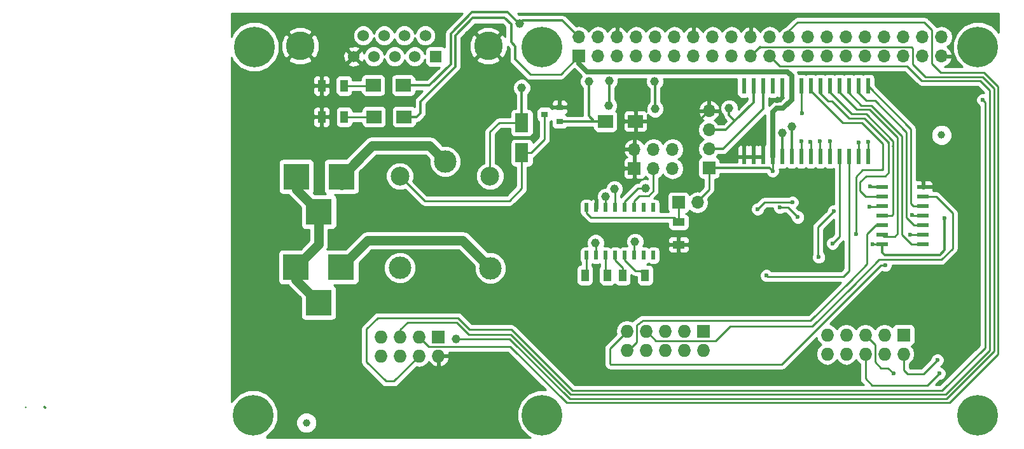
<source format=gtl>
%TF.GenerationSoftware,KiCad,Pcbnew,4.0.7*%
%TF.CreationDate,2018-07-23T15:38:25+02:00*%
%TF.ProjectId,rte_rpi,7274655F7270692E6B696361645F7063,rev?*%
%TF.FileFunction,Copper,L1,Top,Signal*%
%FSLAX46Y46*%
G04 Gerber Fmt 4.6, Leading zero omitted, Abs format (unit mm)*
G04 Created by KiCad (PCBNEW 4.0.7) date 07/23/18 15:38:25*
%MOMM*%
%LPD*%
G01*
G04 APERTURE LIST*
%ADD10C,0.100000*%
%ADD11R,0.508000X1.143000*%
%ADD12R,0.600000X2.000000*%
%ADD13C,2.500000*%
%ADD14C,3.000000*%
%ADD15R,1.700000X1.700000*%
%ADD16O,1.700000X1.700000*%
%ADD17R,1.800000X2.500000*%
%ADD18R,1.727200X1.727200*%
%ADD19O,1.727200X1.727200*%
%ADD20R,3.500000X3.500000*%
%ADD21R,1.000000X1.600000*%
%ADD22R,1.600000X1.000000*%
%ADD23C,5.400000*%
%ADD24R,0.900000X0.800000*%
%ADD25R,2.000000X1.700000*%
%ADD26R,1.500000X0.600000*%
%ADD27C,3.810000*%
%ADD28R,1.524000X1.524000*%
%ADD29C,1.524000*%
%ADD30C,1.000000*%
%ADD31C,0.600000*%
%ADD32C,1.150000*%
%ADD33C,0.304800*%
%ADD34C,0.254000*%
%ADD35C,0.635000*%
%ADD36C,1.270000*%
G04 APERTURE END LIST*
D10*
D11*
X178816000Y-96189800D03*
X181356000Y-96189800D03*
X182626000Y-96189800D03*
X183896000Y-96189800D03*
X185166000Y-96189800D03*
X186436000Y-96189800D03*
X187706000Y-96189800D03*
X187706000Y-102539800D03*
X186436000Y-102539800D03*
X185166000Y-102539800D03*
X183896000Y-102539800D03*
X182626000Y-102539800D03*
X181356000Y-102539800D03*
X180086000Y-102539800D03*
X178816000Y-102539800D03*
X180086000Y-96189800D03*
D12*
X216281000Y-79996300D03*
X215011000Y-79996300D03*
X213741000Y-79996300D03*
X212471000Y-79996300D03*
X211201000Y-79996300D03*
X209931000Y-79996300D03*
X208661000Y-79996300D03*
X207391000Y-79996300D03*
X206121000Y-79996300D03*
X204851000Y-79996300D03*
X203581000Y-79996300D03*
X202311000Y-79996300D03*
X201041000Y-79996300D03*
X199771000Y-79996300D03*
X199771000Y-89396300D03*
X201041000Y-89396300D03*
X202311000Y-89396300D03*
X203581000Y-89396300D03*
X204851000Y-89396300D03*
X206121000Y-89396300D03*
X207391000Y-89396300D03*
X208661000Y-89396300D03*
X209931000Y-89396300D03*
X211201000Y-89396300D03*
X212471000Y-89396300D03*
X213741000Y-89396300D03*
X215011000Y-89396300D03*
X216281000Y-89396300D03*
D13*
X153970000Y-91993000D03*
D14*
X153970000Y-104193000D03*
X166020000Y-104243000D03*
D13*
X165970000Y-91993000D03*
D14*
X160020000Y-90043000D03*
D15*
X177825400Y-76022200D03*
D16*
X177825400Y-73482200D03*
X180365400Y-76022200D03*
X180365400Y-73482200D03*
X182905400Y-76022200D03*
X182905400Y-73482200D03*
X185445400Y-76022200D03*
X185445400Y-73482200D03*
X187985400Y-76022200D03*
X187985400Y-73482200D03*
X190525400Y-76022200D03*
X190525400Y-73482200D03*
X193065400Y-76022200D03*
X193065400Y-73482200D03*
X195605400Y-76022200D03*
X195605400Y-73482200D03*
X198145400Y-76022200D03*
X198145400Y-73482200D03*
X200685400Y-76022200D03*
X200685400Y-73482200D03*
X203225400Y-76022200D03*
X203225400Y-73482200D03*
X205765400Y-76022200D03*
X205765400Y-73482200D03*
X208305400Y-76022200D03*
X208305400Y-73482200D03*
X210845400Y-76022200D03*
X210845400Y-73482200D03*
X213385400Y-76022200D03*
X213385400Y-73482200D03*
X215925400Y-76022200D03*
X215925400Y-73482200D03*
X218465400Y-76022200D03*
X218465400Y-73482200D03*
X221005400Y-76022200D03*
X221005400Y-73482200D03*
X223545400Y-76022200D03*
X223545400Y-73482200D03*
X226085400Y-76022200D03*
X226085400Y-73482200D03*
D17*
X170205400Y-84893400D03*
X170205400Y-88893400D03*
D15*
X185191400Y-90970100D03*
D16*
X185191400Y-88430100D03*
X187731400Y-90970100D03*
X187731400Y-88430100D03*
X190271400Y-90970100D03*
X190271400Y-88430100D03*
D18*
X159105600Y-113385600D03*
D19*
X159105600Y-115925600D03*
X156565600Y-113385600D03*
X156565600Y-115925600D03*
X154025600Y-113385600D03*
X154025600Y-115925600D03*
X151485600Y-113385600D03*
X151485600Y-115925600D03*
D20*
X146151600Y-104114600D03*
X140151600Y-104114600D03*
X143151600Y-108814600D03*
D21*
X178598700Y-105168700D03*
X181598700Y-105168700D03*
D22*
X191084200Y-101106100D03*
X191084200Y-98106100D03*
D21*
X183615200Y-105181400D03*
X186615200Y-105181400D03*
D15*
X195122800Y-90906600D03*
D16*
X195122800Y-88366600D03*
X195122800Y-85826600D03*
X195122800Y-83286600D03*
D20*
X146202400Y-92049600D03*
X140202400Y-92049600D03*
X143202400Y-96749600D03*
D18*
X194360800Y-112674400D03*
D19*
X194360800Y-115214400D03*
X191820800Y-112674400D03*
X191820800Y-115214400D03*
X189280800Y-112674400D03*
X189280800Y-115214400D03*
X186740800Y-112674400D03*
X186740800Y-115214400D03*
X184200800Y-112674400D03*
X184200800Y-115214400D03*
D18*
X221030800Y-113131600D03*
D19*
X221030800Y-115671600D03*
X218490800Y-113131600D03*
X218490800Y-115671600D03*
X215950800Y-113131600D03*
X215950800Y-115671600D03*
X213410800Y-113131600D03*
X213410800Y-115671600D03*
X210870800Y-113131600D03*
X210870800Y-115671600D03*
D23*
X172923200Y-123799600D03*
X230911400Y-123799600D03*
X134429500Y-123825000D03*
X230911400Y-74803000D03*
X134594600Y-74803000D03*
X172923200Y-74803000D03*
D24*
X175244000Y-84719200D03*
X175244000Y-82819200D03*
X173244000Y-83769200D03*
D25*
X154514300Y-84086700D03*
X150514300Y-84086700D03*
X154438100Y-79895700D03*
X150438100Y-79895700D03*
X181337200Y-84709000D03*
X185337200Y-84709000D03*
D26*
X223603800Y-101053900D03*
X223603800Y-99783900D03*
X223603800Y-98513900D03*
X223603800Y-97243900D03*
X223603800Y-95973900D03*
X223603800Y-94703900D03*
X223603800Y-93433900D03*
X218203800Y-93433900D03*
X218203800Y-94703900D03*
X218203800Y-95973900D03*
X218203800Y-97243900D03*
X218203800Y-98513900D03*
X218203800Y-99783900D03*
X218203800Y-101053900D03*
D21*
X143559400Y-84112100D03*
X146559400Y-84112100D03*
X143546700Y-79946500D03*
X146546700Y-79946500D03*
D15*
X191058800Y-95504000D03*
D16*
X193598800Y-95504000D03*
D27*
X165735000Y-74676000D03*
X140716000Y-74676000D03*
D28*
X158750000Y-76073000D03*
D29*
X155956000Y-76073000D03*
X153289000Y-76073000D03*
X150495000Y-76073000D03*
X147828000Y-76073000D03*
X157353000Y-73279000D03*
X154559000Y-73279000D03*
X151892000Y-73279000D03*
X149098000Y-73279000D03*
D30*
X141528800Y-124815600D03*
X226085400Y-86525100D03*
D31*
X198932800Y-101752400D03*
X205181200Y-101854000D03*
X204216000Y-82042000D03*
D32*
X180035200Y-100863400D03*
X185280300Y-100736400D03*
D31*
X216877900Y-101041200D03*
X226466400Y-97612200D03*
X203593700Y-91325700D03*
D32*
X169926000Y-71716900D03*
X170205400Y-80213200D03*
X197815200Y-82956400D03*
X206121000Y-85369400D03*
X181737000Y-82575400D03*
X181838600Y-79273400D03*
X187909200Y-79375000D03*
X187960000Y-83058000D03*
X204851000Y-86283800D03*
X179120800Y-79400400D03*
X161493200Y-113639600D03*
D31*
X231546400Y-81838800D03*
D32*
X182524400Y-93700600D03*
X181356000Y-94716600D03*
D31*
X222123000Y-97142300D03*
X221945200Y-99783900D03*
X218592400Y-103873300D03*
X216573100Y-93395800D03*
X216484200Y-96050100D03*
X225526600Y-116484400D03*
X207391000Y-87363300D03*
X208610200Y-87388700D03*
X219710000Y-118287800D03*
X209905600Y-87363300D03*
X211201000Y-87337900D03*
X225780600Y-118262400D03*
D32*
X186664600Y-93573600D03*
D31*
X214718900Y-99733100D03*
X201599800Y-96380300D03*
X206222600Y-95465900D03*
X207492600Y-83604100D03*
X211582000Y-100939600D03*
X202780900Y-105232200D03*
X209727800Y-102781100D03*
X211709000Y-96685100D03*
X215036400Y-87490300D03*
X204546200Y-96177100D03*
X206946500Y-97459800D03*
X216281000Y-87439500D03*
D33*
X106767150Y-122832650D02*
X106660950Y-122726450D01*
D34*
X104167150Y-122772650D02*
X104120950Y-122726450D01*
X178816000Y-102539800D02*
X178816000Y-104951400D01*
X178816000Y-104951400D02*
X178598700Y-105168700D01*
X181356000Y-102539800D02*
X181356000Y-104926000D01*
X181356000Y-104926000D02*
X181598700Y-105168700D01*
X198932800Y-101752400D02*
X199034400Y-101854000D01*
X199034400Y-101854000D02*
X205181200Y-101854000D01*
D33*
X204851000Y-79996300D02*
X204851000Y-81407000D01*
X204851000Y-81407000D02*
X204216000Y-82042000D01*
X185337200Y-84709000D02*
X193700400Y-84709000D01*
X193700400Y-84709000D02*
X195122800Y-83286600D01*
X143546700Y-84099400D02*
X143559400Y-84112100D01*
D34*
X178816000Y-96189800D02*
X178816000Y-96901000D01*
X190476000Y-97497900D02*
X191084200Y-98106100D01*
X179412900Y-97497900D02*
X190476000Y-97497900D01*
X178816000Y-96901000D02*
X179412900Y-97497900D01*
X191058800Y-95504000D02*
X191058800Y-98080700D01*
X191058800Y-98080700D02*
X191084200Y-98106100D01*
X182626000Y-102539800D02*
X182626000Y-103212900D01*
X183615200Y-104202100D02*
X183615200Y-105181400D01*
X182626000Y-103212900D02*
X183615200Y-104202100D01*
X183896000Y-102539800D02*
X183896000Y-103187500D01*
X186031000Y-104597200D02*
X186615200Y-105181400D01*
X185305700Y-104597200D02*
X186031000Y-104597200D01*
X183896000Y-103187500D02*
X185305700Y-104597200D01*
X180086000Y-102539800D02*
X180086000Y-100914200D01*
X180086000Y-100914200D02*
X180035200Y-100863400D01*
X185166000Y-102539800D02*
X185166000Y-100850700D01*
X185166000Y-100850700D02*
X185280300Y-100736400D01*
X193598800Y-95504000D02*
X193598800Y-95300800D01*
X193598800Y-95300800D02*
X195122800Y-93776800D01*
X195122800Y-93776800D02*
X195122800Y-90906600D01*
D33*
X154514300Y-84086700D02*
X156210000Y-84086700D01*
X168783000Y-71805800D02*
X168783000Y-74155300D01*
X167919400Y-70942200D02*
X168783000Y-71805800D01*
X163652200Y-70942200D02*
X167919400Y-70942200D01*
X161328100Y-73266300D02*
X163652200Y-70942200D01*
X161328100Y-77431900D02*
X161328100Y-73266300D01*
X156705300Y-82054700D02*
X161328100Y-77431900D01*
X156705300Y-83591400D02*
X156705300Y-82054700D01*
X156210000Y-84086700D02*
X156705300Y-83591400D01*
X195122800Y-90906600D02*
X203174600Y-90906600D01*
X203174600Y-90906600D02*
X203593700Y-91325700D01*
D35*
X206121000Y-79996300D02*
X206121000Y-81813400D01*
X203581000Y-83489800D02*
X203581000Y-87553800D01*
X204139800Y-82931000D02*
X203581000Y-83489800D01*
X205003400Y-82931000D02*
X204139800Y-82931000D01*
X206121000Y-81813400D02*
X205003400Y-82931000D01*
X206121000Y-79996300D02*
X206121000Y-78638400D01*
X195859400Y-78079600D02*
X196291200Y-78079600D01*
X178917600Y-78079600D02*
X188747400Y-78079600D01*
X177825400Y-76987400D02*
X177825400Y-76022200D01*
X177825400Y-76987400D02*
X178917600Y-78079600D01*
X188747400Y-78079600D02*
X195173600Y-78079600D01*
X195173600Y-78079600D02*
X195859400Y-78079600D01*
X205562200Y-78079600D02*
X196291200Y-78079600D01*
X206121000Y-78638400D02*
X205562200Y-78079600D01*
X203581000Y-87553800D02*
X203581000Y-89396300D01*
D34*
X218203800Y-101053900D02*
X216890600Y-101053900D01*
X216890600Y-101053900D02*
X216877900Y-101041200D01*
D33*
X218203800Y-101053900D02*
X218203800Y-102125800D01*
X226466400Y-101854000D02*
X226466400Y-97612200D01*
X225844100Y-102476300D02*
X226466400Y-101854000D01*
X218554300Y-102476300D02*
X225844100Y-102476300D01*
X218203800Y-102125800D02*
X218554300Y-102476300D01*
D34*
X203581000Y-89396300D02*
X203581000Y-91313000D01*
X203581000Y-91313000D02*
X203593700Y-91325700D01*
D33*
X168783000Y-74155300D02*
X169316400Y-74688700D01*
X169316400Y-74688700D02*
X169316400Y-76441300D01*
X169316400Y-76441300D02*
X171335700Y-78460600D01*
D34*
X171335700Y-78460600D02*
X175387000Y-78460600D01*
X175387000Y-78460600D02*
X177825400Y-76022200D01*
D33*
X177825400Y-73482200D02*
X175615600Y-71272400D01*
X170370500Y-71272400D02*
X169926000Y-71716900D01*
X175615600Y-71272400D02*
X170370500Y-71272400D01*
X166268400Y-70142100D02*
X168351200Y-70142100D01*
X170205400Y-84893400D02*
X170205400Y-80238600D01*
X157924500Y-79895700D02*
X160743900Y-77076300D01*
X160743900Y-77076300D02*
X160743900Y-72999600D01*
X160743900Y-72999600D02*
X163601400Y-70142100D01*
X163601400Y-70142100D02*
X166268400Y-70142100D01*
X157924500Y-79895700D02*
X154438100Y-79895700D01*
X169926000Y-71716900D02*
X169430700Y-71221600D01*
D34*
X170205400Y-80238600D02*
X170205400Y-80213200D01*
D33*
X168351200Y-70142100D02*
X169430700Y-71221600D01*
D34*
X170205400Y-84893400D02*
X167176200Y-84893400D01*
X165970000Y-86099600D02*
X165970000Y-91993000D01*
X167176200Y-84893400D02*
X165970000Y-86099600D01*
X153970000Y-91993000D02*
X157277800Y-95300800D01*
X170205400Y-93624400D02*
X170205400Y-88893400D01*
X168529000Y-95300800D02*
X170205400Y-93624400D01*
X157277800Y-95300800D02*
X168529000Y-95300800D01*
X170205400Y-88893400D02*
X171405800Y-88893400D01*
X173244000Y-87055200D02*
X173244000Y-83769200D01*
X171405800Y-88893400D02*
X173244000Y-87055200D01*
D33*
X197815200Y-83870800D02*
X198577200Y-84632800D01*
X197815200Y-82956400D02*
X197815200Y-83870800D01*
X201041000Y-79996300D02*
X201041000Y-82169000D01*
X201041000Y-82169000D02*
X198577200Y-84632800D01*
X197383400Y-85826600D02*
X195122800Y-85826600D01*
X198577200Y-84632800D02*
X197383400Y-85826600D01*
X195122800Y-88366600D02*
X197002400Y-88366600D01*
X202311000Y-83058000D02*
X202311000Y-79996300D01*
X197002400Y-88366600D02*
X202311000Y-83058000D01*
X206121000Y-85369400D02*
X206121000Y-89396300D01*
X181737000Y-82575400D02*
X181838600Y-82473800D01*
X181838600Y-82473800D02*
X181838600Y-79273400D01*
X187960000Y-79425800D02*
X187909200Y-79375000D01*
X187960000Y-83058000D02*
X187960000Y-79425800D01*
X204851000Y-86995000D02*
X204851000Y-86283800D01*
X204851000Y-89396300D02*
X204851000Y-86995000D01*
X175244000Y-84719200D02*
X181327000Y-84719200D01*
X181327000Y-84719200D02*
X181337200Y-84709000D01*
X179120800Y-79400400D02*
X179120800Y-83972400D01*
X179857400Y-84709000D02*
X181337200Y-84709000D01*
X179120800Y-83972400D02*
X179857400Y-84709000D01*
D34*
X212140800Y-74777600D02*
X201930000Y-74777600D01*
X222072200Y-74777600D02*
X222250000Y-74955400D01*
X222250000Y-74955400D02*
X222250000Y-77063600D01*
X222250000Y-77063600D02*
X223951800Y-78765400D01*
X223951800Y-78765400D02*
X231520998Y-78765400D01*
X231520998Y-78765400D02*
X233095798Y-80340200D01*
X233095798Y-80340200D02*
X233095798Y-115316000D01*
X233095798Y-115316000D02*
X226771198Y-121640600D01*
X226771198Y-121640600D02*
X176580800Y-121640600D01*
X176580800Y-121640600D02*
X168579800Y-113639600D01*
X168579800Y-113639600D02*
X161493200Y-113639600D01*
X212140800Y-74777600D02*
X222072200Y-74777600D01*
X201930000Y-74777600D02*
X200685400Y-76022200D01*
X200685400Y-76022200D02*
X201955400Y-74752200D01*
X154025600Y-113385600D02*
X154025600Y-112445800D01*
X204571600Y-77368400D02*
X203225400Y-76022200D01*
X216763600Y-77368400D02*
X204571600Y-77368400D01*
X216839800Y-77368400D02*
X216763600Y-77368400D01*
X221488000Y-77368400D02*
X216839800Y-77368400D01*
X223418400Y-79298800D02*
X221488000Y-77368400D01*
X231190800Y-79298800D02*
X223418400Y-79298800D01*
X232486200Y-80594200D02*
X231190800Y-79298800D01*
X232486200Y-115207174D02*
X232486200Y-80594200D01*
X226636974Y-121056400D02*
X232486200Y-115207174D01*
X176733200Y-121056400D02*
X226636974Y-121056400D01*
X168757600Y-113080800D02*
X176733200Y-121056400D01*
X163144200Y-113080800D02*
X168757600Y-113080800D01*
X161518600Y-111455200D02*
X163144200Y-113080800D01*
X155016200Y-111455200D02*
X161518600Y-111455200D01*
X154025600Y-112445800D02*
X155016200Y-111455200D01*
X153187400Y-119303800D02*
X156565600Y-115925600D01*
X152120600Y-119303800D02*
X153187400Y-119303800D01*
X149555200Y-116738400D02*
X152120600Y-119303800D01*
X149555200Y-112318800D02*
X149555200Y-116738400D01*
X151028400Y-110845600D02*
X149555200Y-112318800D01*
X161671000Y-110845600D02*
X151028400Y-110845600D01*
X163245800Y-112420400D02*
X161671000Y-110845600D01*
X168859200Y-112420400D02*
X163245800Y-112420400D01*
X176987198Y-120548398D02*
X168859200Y-112420400D01*
X226136202Y-120548398D02*
X176987198Y-120548398D01*
X231856675Y-114827925D02*
X226136202Y-120548398D01*
X231856675Y-82149075D02*
X231856675Y-114827925D01*
X231546400Y-81838800D02*
X231856675Y-82149075D01*
X205765400Y-73482200D02*
X205765400Y-72644000D01*
X205765400Y-72644000D02*
X206908400Y-71501000D01*
X206908400Y-71501000D02*
X223774000Y-71501000D01*
X223774000Y-71501000D02*
X224815400Y-72542400D01*
X224815400Y-72542400D02*
X224815400Y-77038200D01*
X224815400Y-77038200D02*
X225983800Y-78206600D01*
X225983800Y-78206600D02*
X231749600Y-78206600D01*
X231749600Y-78206600D02*
X233603800Y-80060800D01*
X233603800Y-80060800D02*
X233603800Y-115722400D01*
X233603800Y-115722400D02*
X227152200Y-122174000D01*
X227152200Y-122174000D02*
X176174400Y-122174000D01*
X176174400Y-122174000D02*
X168656000Y-114655600D01*
X168656000Y-114655600D02*
X157835600Y-114655600D01*
X157835600Y-114655600D02*
X156565600Y-113385600D01*
X182626000Y-93802200D02*
X182626000Y-96189800D01*
X182524400Y-93700600D02*
X182626000Y-93802200D01*
X181356000Y-96189800D02*
X181356000Y-94716600D01*
D36*
X146202400Y-92049600D02*
X150317200Y-87934800D01*
X157911800Y-87934800D02*
X160020000Y-90043000D01*
X150317200Y-87934800D02*
X157911800Y-87934800D01*
X146202400Y-92049600D02*
X146202400Y-93218000D01*
X143202400Y-96749600D02*
X143202400Y-101063800D01*
X143202400Y-101063800D02*
X140151600Y-104114600D01*
X140202400Y-92049600D02*
X140202400Y-93749600D01*
X140202400Y-93749600D02*
X143202400Y-96749600D01*
X140151600Y-104114600D02*
X140151600Y-105814600D01*
X140151600Y-105814600D02*
X143151600Y-108814600D01*
X146151600Y-104114600D02*
X149707600Y-100558600D01*
X162335600Y-100558600D02*
X166020000Y-104243000D01*
X149707600Y-100558600D02*
X162335600Y-100558600D01*
X146151600Y-104114600D02*
X146862800Y-104114600D01*
D34*
X207441800Y-111963200D02*
X208902300Y-111963200D01*
X223603800Y-94703900D02*
X225348800Y-94703900D01*
X195973700Y-113931700D02*
X197942200Y-111963200D01*
X197942200Y-111963200D02*
X207441800Y-111963200D01*
X214172800Y-106692700D02*
X217754200Y-103111300D01*
X217754200Y-103111300D02*
X226060000Y-103111300D01*
X226060000Y-103111300D02*
X227558600Y-101612700D01*
X227558600Y-101612700D02*
X227558600Y-96913700D01*
X227558600Y-96913700D02*
X225348800Y-94703900D01*
X195973700Y-113931700D02*
X188074300Y-113931700D01*
X208902300Y-111963200D02*
X214172800Y-106692700D01*
X186740800Y-112674400D02*
X186817000Y-112674400D01*
X186817000Y-112674400D02*
X188074300Y-113931700D01*
X188074300Y-113931700D02*
X188087000Y-113944400D01*
X222123000Y-97142300D02*
X222224600Y-97243900D01*
X222224600Y-97243900D02*
X223603800Y-97243900D01*
X214884000Y-106984800D02*
X217995500Y-103873300D01*
X223603800Y-99783900D02*
X221945200Y-99783900D01*
X181914800Y-114960400D02*
X181914800Y-116967000D01*
X181914800Y-116967000D02*
X181991000Y-117043200D01*
X181991000Y-117043200D02*
X204825600Y-117043200D01*
X204825600Y-117043200D02*
X214884000Y-106984800D01*
X181914800Y-114960400D02*
X184200800Y-112674400D01*
X217995500Y-103873300D02*
X218592400Y-103873300D01*
X184200800Y-112674400D02*
X184200800Y-112750600D01*
X213912450Y-105937050D02*
X216166700Y-103682800D01*
X217335100Y-98513900D02*
X218203800Y-98513900D01*
X216166700Y-99682300D02*
X217335100Y-98513900D01*
X216166700Y-103416100D02*
X216166700Y-99682300D01*
X216166700Y-103682800D02*
X216166700Y-103416100D01*
X207187800Y-111201200D02*
X208648300Y-111201200D01*
X208648300Y-111201200D02*
X213912450Y-105937050D01*
X213912450Y-105937050D02*
X213918800Y-105930700D01*
X185470800Y-114122200D02*
X184378600Y-115214400D01*
X185470800Y-114122200D02*
X185470800Y-111772700D01*
X185470800Y-111772700D02*
X186309000Y-111201200D01*
X186309000Y-111201200D02*
X207187800Y-111201200D01*
X184200800Y-115214400D02*
X184378600Y-115214400D01*
D33*
X216611200Y-93433900D02*
X216573100Y-93395800D01*
X218203800Y-93433900D02*
X216611200Y-93433900D01*
D34*
X221030800Y-115671600D02*
X221030800Y-117830600D01*
X216484200Y-96050100D02*
X218127600Y-96050100D01*
X223647000Y-118364000D02*
X225526600Y-116484400D01*
X221564200Y-118364000D02*
X223647000Y-118364000D01*
X221030800Y-117830600D02*
X221564200Y-118364000D01*
X218203800Y-95973900D02*
X218127600Y-96050100D01*
X207391000Y-89396300D02*
X207391000Y-87363300D01*
X208610200Y-87388700D02*
X208661000Y-87439500D01*
X208661000Y-89396300D02*
X208661000Y-87439500D01*
X218490800Y-115671600D02*
X218490800Y-115620800D01*
X217220800Y-114401600D02*
X215950800Y-113131600D01*
X217220800Y-116738400D02*
X217220800Y-114401600D01*
X218033600Y-117551200D02*
X217220800Y-116738400D01*
X218973400Y-117551200D02*
X218033600Y-117551200D01*
X219710000Y-118287800D02*
X218973400Y-117551200D01*
X209905600Y-89370900D02*
X209905600Y-87363300D01*
X209931000Y-89396300D02*
X209905600Y-89370900D01*
X215950800Y-118338600D02*
X215950800Y-118948200D01*
X211201000Y-87337900D02*
X211201000Y-89396300D01*
X224205800Y-119837200D02*
X225780600Y-118262400D01*
X216839800Y-119837200D02*
X224205800Y-119837200D01*
X215950800Y-118948200D02*
X216839800Y-119837200D01*
X215950800Y-118364000D02*
X215950800Y-118338600D01*
X215950800Y-118338600D02*
X215950800Y-115671600D01*
X211074000Y-89269300D02*
X211201000Y-89396300D01*
X185166000Y-96189800D02*
X185166000Y-95300800D01*
X187731400Y-93954600D02*
X187731400Y-90970100D01*
X187096400Y-94589600D02*
X187731400Y-93954600D01*
X185877200Y-94589600D02*
X187096400Y-94589600D01*
X185166000Y-95300800D02*
X185877200Y-94589600D01*
X183896000Y-96189800D02*
X183896000Y-95351600D01*
X185674000Y-93573600D02*
X186664600Y-93573600D01*
X183896000Y-95351600D02*
X185674000Y-93573600D01*
X221996000Y-86398100D02*
X221996000Y-85711300D01*
X221996000Y-86398100D02*
X221996000Y-95643700D01*
X221996000Y-95643700D02*
X222326200Y-95973900D01*
X223603800Y-95973900D02*
X222326200Y-95973900D01*
X221996000Y-85711300D02*
X216281000Y-79996300D01*
D33*
X215011000Y-79996300D02*
X215011000Y-80937100D01*
D34*
X215011000Y-80937100D02*
X216027000Y-81953100D01*
X216027000Y-81953100D02*
X217220800Y-81953100D01*
X217220800Y-81953100D02*
X221411800Y-86144100D01*
X221411800Y-86144100D02*
X221411800Y-86779100D01*
X222427800Y-98513900D02*
X223603800Y-98513900D01*
X221411800Y-97497900D02*
X222427800Y-98513900D01*
X221411800Y-86779100D02*
X221411800Y-97497900D01*
D33*
X213741000Y-79996300D02*
X213741000Y-80886126D01*
D34*
X213741000Y-80886126D02*
X215417574Y-82562700D01*
X215417574Y-82562700D02*
X216712800Y-82562700D01*
X216712800Y-82562700D02*
X220827600Y-86677500D01*
X220827600Y-86677500D02*
X220827600Y-99783900D01*
X220827600Y-99783900D02*
X222097600Y-101053900D01*
X222097600Y-101053900D02*
X223603800Y-101053900D01*
X218203800Y-99783900D02*
X218432400Y-100012500D01*
X218432400Y-100012500D02*
X219862400Y-100012500D01*
X219862400Y-100012500D02*
X220218000Y-99656900D01*
D33*
X212471000Y-79996300D02*
X212471000Y-80835500D01*
D34*
X212471000Y-80835500D02*
X214782400Y-83146900D01*
X220218000Y-87464900D02*
X220218000Y-99656900D01*
X220218000Y-86858166D02*
X220218000Y-87464900D01*
X216506734Y-83146900D02*
X220218000Y-86858166D01*
X214782400Y-83146900D02*
X216506734Y-83146900D01*
D33*
X212471000Y-79996300D02*
X212471000Y-80759300D01*
D34*
X219659198Y-88049100D02*
X219659198Y-87312498D01*
X214122000Y-83731100D02*
X211201000Y-80810100D01*
X216077800Y-83731100D02*
X214122000Y-83731100D01*
X219659198Y-87312498D02*
X216077800Y-83731100D01*
D33*
X211201000Y-80810100D02*
X211201000Y-79996300D01*
X211201000Y-79996300D02*
X211201000Y-80632300D01*
X219659198Y-88049098D02*
X219659198Y-88049100D01*
D34*
X219659198Y-88049100D02*
X219659198Y-97066102D01*
X219659198Y-97066102D02*
X219481400Y-97243900D01*
X219481400Y-97243900D02*
X218203800Y-97243900D01*
X215252300Y-92735400D02*
X215252300Y-93941900D01*
X216027000Y-91960700D02*
X215252300Y-92735400D01*
X219049600Y-88785700D02*
X219049600Y-87566500D01*
D33*
X219049600Y-87566500D02*
X219024200Y-87541100D01*
D34*
X219049600Y-88785700D02*
X219049600Y-91528900D01*
D33*
X209931000Y-79996300D02*
X209931000Y-81013300D01*
D34*
X209931000Y-81013300D02*
X210947000Y-82029300D01*
X210947000Y-82029300D02*
X211531200Y-82029300D01*
X211531200Y-82029300D02*
X213817200Y-84315300D01*
X213817200Y-84315300D02*
X215798400Y-84315300D01*
X215798400Y-84315300D02*
X219024200Y-87541100D01*
X219049600Y-91528900D02*
X218617800Y-91960700D01*
X218617800Y-91960700D02*
X216560400Y-91960700D01*
X216560400Y-91960700D02*
X216027000Y-91960700D01*
X216014300Y-94703900D02*
X218203800Y-94703900D01*
X215252300Y-93941900D02*
X216014300Y-94703900D01*
D33*
X209931000Y-79996300D02*
X209931000Y-80708500D01*
D34*
X214693500Y-99707700D02*
X214693500Y-94424500D01*
X214693500Y-99707700D02*
X214718900Y-99733100D01*
X214693500Y-92087700D02*
X215595200Y-91186000D01*
X214693500Y-92087700D02*
X214693500Y-94424500D01*
X214693500Y-94424500D02*
X214693500Y-94449900D01*
X218198700Y-91186000D02*
X218287600Y-91186000D01*
X215595200Y-91186000D02*
X218198700Y-91186000D01*
D33*
X208661000Y-79996300D02*
X208661000Y-80632300D01*
D34*
X208661000Y-80632300D02*
X212902802Y-84874102D01*
X212902802Y-84874102D02*
X215442802Y-84874102D01*
X215442802Y-84874102D02*
X218287600Y-87718900D01*
X218287600Y-87718900D02*
X218287600Y-91186000D01*
D33*
X218287600Y-91186000D02*
X218287600Y-91097100D01*
D34*
X201599800Y-96380300D02*
X202514200Y-95465900D01*
X202514200Y-95465900D02*
X206222600Y-95465900D01*
X207492600Y-83604100D02*
X207391000Y-83502500D01*
X207391000Y-79996300D02*
X207391000Y-83502500D01*
X212471000Y-89396300D02*
X212471000Y-98920300D01*
X212471000Y-99961700D02*
X212471000Y-98920300D01*
X212471000Y-100050600D02*
X212471000Y-99961700D01*
X211582000Y-100939600D02*
X212471000Y-100050600D01*
X202895200Y-105346500D02*
X213017100Y-105346500D01*
X202780900Y-105232200D02*
X202895200Y-105346500D01*
X213741000Y-104622600D02*
X213741000Y-89396300D01*
X213017100Y-105346500D02*
X213741000Y-104622600D01*
X209600800Y-98793300D02*
X211709000Y-96685100D01*
X209600800Y-102654100D02*
X209600800Y-98793300D01*
D33*
X209727800Y-102781100D02*
X209600800Y-102654100D01*
D34*
X215011000Y-87515700D02*
X215036400Y-87490300D01*
X215011000Y-89396300D02*
X215011000Y-87515700D01*
X205663800Y-96177100D02*
X204546200Y-96177100D01*
X206946500Y-97459800D02*
X205663800Y-96177100D01*
X216281000Y-89396300D02*
X216281000Y-87439500D01*
X146559400Y-84112100D02*
X150781000Y-84112100D01*
X146546700Y-79946500D02*
X150476200Y-79946500D01*
G36*
X160187124Y-72442824D02*
X160016437Y-72698275D01*
X159956500Y-72999600D01*
X159956500Y-74846174D01*
X159763890Y-74714569D01*
X159512000Y-74663560D01*
X157988000Y-74663560D01*
X157752683Y-74707838D01*
X157536559Y-74846910D01*
X157391569Y-75059110D01*
X157340560Y-75311000D01*
X157340560Y-75765646D01*
X157141010Y-75282697D01*
X156748370Y-74889371D01*
X156235100Y-74676243D01*
X155679339Y-74675758D01*
X155165697Y-74887990D01*
X154772371Y-75280630D01*
X154622394Y-75641815D01*
X154474010Y-75282697D01*
X154081370Y-74889371D01*
X153568100Y-74676243D01*
X153012339Y-74675758D01*
X152498697Y-74887990D01*
X152105371Y-75280630D01*
X151892243Y-75793900D01*
X151892241Y-75796336D01*
X151680010Y-75282697D01*
X151287370Y-74889371D01*
X150774100Y-74676243D01*
X150218339Y-74675758D01*
X149704697Y-74887990D01*
X149311371Y-75280630D01*
X149168027Y-75625841D01*
X149050397Y-75341857D01*
X148808213Y-75272392D01*
X148007605Y-76073000D01*
X148808213Y-76873608D01*
X149050397Y-76804143D01*
X149159355Y-76498738D01*
X149309990Y-76863303D01*
X149702630Y-77256629D01*
X150215900Y-77469757D01*
X150771661Y-77470242D01*
X151285303Y-77258010D01*
X151678629Y-76865370D01*
X151891757Y-76352100D01*
X151891759Y-76349664D01*
X152103990Y-76863303D01*
X152496630Y-77256629D01*
X153009900Y-77469757D01*
X153565661Y-77470242D01*
X154079303Y-77258010D01*
X154472629Y-76865370D01*
X154622606Y-76504185D01*
X154770990Y-76863303D01*
X155163630Y-77256629D01*
X155676900Y-77469757D01*
X156232661Y-77470242D01*
X156746303Y-77258010D01*
X157139629Y-76865370D01*
X157340560Y-76381474D01*
X157340560Y-76835000D01*
X157384838Y-77070317D01*
X157523910Y-77286441D01*
X157736110Y-77431431D01*
X157988000Y-77482440D01*
X159224208Y-77482440D01*
X157598348Y-79108300D01*
X156085540Y-79108300D01*
X156085540Y-79045700D01*
X156041262Y-78810383D01*
X155902190Y-78594259D01*
X155689990Y-78449269D01*
X155438100Y-78398260D01*
X153438100Y-78398260D01*
X153202783Y-78442538D01*
X152986659Y-78581610D01*
X152841669Y-78793810D01*
X152790660Y-79045700D01*
X152790660Y-80745700D01*
X152834938Y-80981017D01*
X152974010Y-81197141D01*
X153186210Y-81342131D01*
X153438100Y-81393140D01*
X155438100Y-81393140D01*
X155673417Y-81348862D01*
X155889541Y-81209790D01*
X156034531Y-80997590D01*
X156085540Y-80745700D01*
X156085540Y-80683100D01*
X156963348Y-80683100D01*
X156148524Y-81497924D01*
X155977837Y-81753375D01*
X155917900Y-82054700D01*
X155917900Y-82743928D01*
X155766190Y-82640269D01*
X155514300Y-82589260D01*
X153514300Y-82589260D01*
X153278983Y-82633538D01*
X153062859Y-82772610D01*
X152917869Y-82984810D01*
X152866860Y-83236700D01*
X152866860Y-84936700D01*
X152911138Y-85172017D01*
X153050210Y-85388141D01*
X153262410Y-85533131D01*
X153514300Y-85584140D01*
X155514300Y-85584140D01*
X155749617Y-85539862D01*
X155965741Y-85400790D01*
X156110731Y-85188590D01*
X156161740Y-84936700D01*
X156161740Y-84874100D01*
X156210000Y-84874100D01*
X156511325Y-84814163D01*
X156766776Y-84643476D01*
X157262076Y-84148176D01*
X157432763Y-83892725D01*
X157492700Y-83591400D01*
X157492700Y-82380852D01*
X161884876Y-77988676D01*
X162055563Y-77733225D01*
X162115500Y-77431900D01*
X162115500Y-76482440D01*
X164108165Y-76482440D01*
X164317353Y-76843289D01*
X165254650Y-77220824D01*
X166265077Y-77210933D01*
X167152647Y-76843289D01*
X167361835Y-76482440D01*
X165735000Y-74855605D01*
X164108165Y-76482440D01*
X162115500Y-76482440D01*
X162115500Y-74195650D01*
X163190176Y-74195650D01*
X163200067Y-75206077D01*
X163567711Y-76093647D01*
X163928560Y-76302835D01*
X165555395Y-74676000D01*
X163928560Y-73049165D01*
X163567711Y-73258353D01*
X163190176Y-74195650D01*
X162115500Y-74195650D01*
X162115500Y-73592452D01*
X162838392Y-72869560D01*
X164108165Y-72869560D01*
X165735000Y-74496395D01*
X167361835Y-72869560D01*
X167152647Y-72508711D01*
X166215350Y-72131176D01*
X165204923Y-72141067D01*
X164317353Y-72508711D01*
X164108165Y-72869560D01*
X162838392Y-72869560D01*
X163978352Y-71729600D01*
X167593248Y-71729600D01*
X167995600Y-72131952D01*
X167995600Y-73483625D01*
X167902289Y-73258353D01*
X167541440Y-73049165D01*
X165914605Y-74676000D01*
X167541440Y-76302835D01*
X167902289Y-76093647D01*
X168279824Y-75156350D01*
X168275962Y-74761814D01*
X168529000Y-75014852D01*
X168529000Y-76441300D01*
X168588937Y-76742625D01*
X168759624Y-76998076D01*
X170778924Y-79017376D01*
X171034375Y-79188063D01*
X171335700Y-79248000D01*
X171463395Y-79222600D01*
X175387000Y-79222600D01*
X175678605Y-79164596D01*
X175925815Y-78999415D01*
X177208096Y-77717134D01*
X178150381Y-78659419D01*
X178095610Y-78714095D01*
X177911011Y-79158660D01*
X177910591Y-79640028D01*
X178094414Y-80084914D01*
X178333400Y-80324318D01*
X178333400Y-83931800D01*
X176199299Y-83931800D01*
X176158090Y-83867759D01*
X176018250Y-83772210D01*
X176053698Y-83757527D01*
X176232327Y-83578899D01*
X176329000Y-83345510D01*
X176329000Y-83104950D01*
X176170250Y-82946200D01*
X175371000Y-82946200D01*
X175371000Y-82966200D01*
X175117000Y-82966200D01*
X175117000Y-82946200D01*
X174317750Y-82946200D01*
X174231738Y-83032212D01*
X174158090Y-82917759D01*
X173945890Y-82772769D01*
X173694000Y-82721760D01*
X172794000Y-82721760D01*
X172558683Y-82766038D01*
X172342559Y-82905110D01*
X172197569Y-83117310D01*
X172146560Y-83369200D01*
X172146560Y-84169200D01*
X172190838Y-84404517D01*
X172329910Y-84620641D01*
X172482000Y-84724560D01*
X172482000Y-86739569D01*
X171725178Y-87496391D01*
X171708562Y-87408083D01*
X171569490Y-87191959D01*
X171357290Y-87046969D01*
X171105400Y-86995960D01*
X169305400Y-86995960D01*
X169070083Y-87040238D01*
X168853959Y-87179310D01*
X168708969Y-87391510D01*
X168657960Y-87643400D01*
X168657960Y-90143400D01*
X168702238Y-90378717D01*
X168841310Y-90594841D01*
X169053510Y-90739831D01*
X169305400Y-90790840D01*
X169443400Y-90790840D01*
X169443400Y-93308769D01*
X168213370Y-94538800D01*
X157593431Y-94538800D01*
X155728377Y-92673747D01*
X155854672Y-92369595D01*
X155854674Y-92366305D01*
X164084674Y-92366305D01*
X164371043Y-93059372D01*
X164900839Y-93590093D01*
X165593405Y-93877672D01*
X166343305Y-93878326D01*
X167036372Y-93591957D01*
X167567093Y-93062161D01*
X167854672Y-92369595D01*
X167855326Y-91619695D01*
X167568957Y-90926628D01*
X167039161Y-90395907D01*
X166732000Y-90268362D01*
X166732000Y-86415230D01*
X167491831Y-85655400D01*
X168657960Y-85655400D01*
X168657960Y-86143400D01*
X168702238Y-86378717D01*
X168841310Y-86594841D01*
X169053510Y-86739831D01*
X169305400Y-86790840D01*
X171105400Y-86790840D01*
X171340717Y-86746562D01*
X171556841Y-86607490D01*
X171701831Y-86395290D01*
X171752840Y-86143400D01*
X171752840Y-83643400D01*
X171708562Y-83408083D01*
X171569490Y-83191959D01*
X171357290Y-83046969D01*
X171105400Y-82995960D01*
X170992800Y-82995960D01*
X170992800Y-82292890D01*
X174159000Y-82292890D01*
X174159000Y-82533450D01*
X174317750Y-82692200D01*
X175117000Y-82692200D01*
X175117000Y-81942950D01*
X175371000Y-81942950D01*
X175371000Y-82692200D01*
X176170250Y-82692200D01*
X176329000Y-82533450D01*
X176329000Y-82292890D01*
X176232327Y-82059501D01*
X176053698Y-81880873D01*
X175820309Y-81784200D01*
X175529750Y-81784200D01*
X175371000Y-81942950D01*
X175117000Y-81942950D01*
X174958250Y-81784200D01*
X174667691Y-81784200D01*
X174434302Y-81880873D01*
X174255673Y-82059501D01*
X174159000Y-82292890D01*
X170992800Y-82292890D01*
X170992800Y-81136880D01*
X171230590Y-80899505D01*
X171415189Y-80454940D01*
X171415609Y-79973572D01*
X171231786Y-79528686D01*
X170891705Y-79188010D01*
X170447140Y-79003411D01*
X169965772Y-79002991D01*
X169520886Y-79186814D01*
X169180210Y-79526895D01*
X168995611Y-79971460D01*
X168995191Y-80452828D01*
X169179014Y-80897714D01*
X169418000Y-81137118D01*
X169418000Y-82995960D01*
X169305400Y-82995960D01*
X169070083Y-83040238D01*
X168853959Y-83179310D01*
X168708969Y-83391510D01*
X168657960Y-83643400D01*
X168657960Y-84131400D01*
X167176200Y-84131400D01*
X166884595Y-84189404D01*
X166637384Y-84354585D01*
X165431185Y-85560785D01*
X165266004Y-85807995D01*
X165208000Y-86099600D01*
X165208000Y-90268279D01*
X164903628Y-90394043D01*
X164372907Y-90923839D01*
X164085328Y-91616405D01*
X164084674Y-92366305D01*
X155854674Y-92366305D01*
X155855326Y-91619695D01*
X155568957Y-90926628D01*
X155039161Y-90395907D01*
X154346595Y-90108328D01*
X153596695Y-90107674D01*
X152903628Y-90394043D01*
X152372907Y-90923839D01*
X152085328Y-91616405D01*
X152084674Y-92366305D01*
X152371043Y-93059372D01*
X152900839Y-93590093D01*
X153593405Y-93877672D01*
X154343305Y-93878326D01*
X154650688Y-93751318D01*
X156738985Y-95839616D01*
X156882193Y-95935304D01*
X156986195Y-96004796D01*
X157277800Y-96062800D01*
X168529000Y-96062800D01*
X168820605Y-96004796D01*
X169067815Y-95839615D01*
X170744216Y-94163215D01*
X170862767Y-93985790D01*
X170909396Y-93916005D01*
X170967400Y-93624400D01*
X170967400Y-91255850D01*
X183706400Y-91255850D01*
X183706400Y-91946409D01*
X183803073Y-92179798D01*
X183981701Y-92358427D01*
X184215090Y-92455100D01*
X184905650Y-92455100D01*
X185064400Y-92296350D01*
X185064400Y-91097100D01*
X183865150Y-91097100D01*
X183706400Y-91255850D01*
X170967400Y-91255850D01*
X170967400Y-90790840D01*
X171105400Y-90790840D01*
X171340717Y-90746562D01*
X171556841Y-90607490D01*
X171701831Y-90395290D01*
X171752840Y-90143400D01*
X171752840Y-89993791D01*
X183706400Y-89993791D01*
X183706400Y-90684350D01*
X183865150Y-90843100D01*
X185064400Y-90843100D01*
X185064400Y-88557100D01*
X183870581Y-88557100D01*
X183749914Y-88786992D01*
X183996217Y-89311458D01*
X184195608Y-89493170D01*
X183981701Y-89581773D01*
X183803073Y-89760402D01*
X183706400Y-89993791D01*
X171752840Y-89993791D01*
X171752840Y-89560355D01*
X171944615Y-89432215D01*
X173303622Y-88073208D01*
X183749914Y-88073208D01*
X183870581Y-88303100D01*
X185064400Y-88303100D01*
X185064400Y-87109945D01*
X184834510Y-86988624D01*
X184424476Y-87158455D01*
X183996217Y-87548742D01*
X183749914Y-88073208D01*
X173303622Y-88073208D01*
X173782815Y-87594016D01*
X173947996Y-87346805D01*
X173953003Y-87321635D01*
X174006000Y-87055200D01*
X174006000Y-84723018D01*
X174145441Y-84633290D01*
X174146560Y-84631652D01*
X174146560Y-85119200D01*
X174190838Y-85354517D01*
X174329910Y-85570641D01*
X174542110Y-85715631D01*
X174794000Y-85766640D01*
X175694000Y-85766640D01*
X175929317Y-85722362D01*
X176145441Y-85583290D01*
X176197841Y-85506600D01*
X179689760Y-85506600D01*
X179689760Y-85559000D01*
X179734038Y-85794317D01*
X179873110Y-86010441D01*
X180085310Y-86155431D01*
X180337200Y-86206440D01*
X182337200Y-86206440D01*
X182572517Y-86162162D01*
X182788641Y-86023090D01*
X182933631Y-85810890D01*
X182984640Y-85559000D01*
X182984640Y-84994750D01*
X183702200Y-84994750D01*
X183702200Y-85685310D01*
X183798873Y-85918699D01*
X183977502Y-86097327D01*
X184210891Y-86194000D01*
X185051450Y-86194000D01*
X185210200Y-86035250D01*
X185210200Y-84836000D01*
X185464200Y-84836000D01*
X185464200Y-86035250D01*
X185622950Y-86194000D01*
X186463509Y-86194000D01*
X186696898Y-86097327D01*
X186875527Y-85918699D01*
X186972200Y-85685310D01*
X186972200Y-84994750D01*
X186813450Y-84836000D01*
X185464200Y-84836000D01*
X185210200Y-84836000D01*
X183860950Y-84836000D01*
X183702200Y-84994750D01*
X182984640Y-84994750D01*
X182984640Y-83859000D01*
X182960874Y-83732690D01*
X183702200Y-83732690D01*
X183702200Y-84423250D01*
X183860950Y-84582000D01*
X185210200Y-84582000D01*
X185210200Y-83382750D01*
X185051450Y-83224000D01*
X184210891Y-83224000D01*
X183977502Y-83320673D01*
X183798873Y-83499301D01*
X183702200Y-83732690D01*
X182960874Y-83732690D01*
X182940362Y-83623683D01*
X182801290Y-83407559D01*
X182691339Y-83332433D01*
X182762190Y-83261705D01*
X182946789Y-82817140D01*
X182947209Y-82335772D01*
X182763386Y-81890886D01*
X182626000Y-81753260D01*
X182626000Y-80197080D01*
X182863790Y-79959705D01*
X183048389Y-79515140D01*
X183048809Y-79033772D01*
X183048118Y-79032100D01*
X186741416Y-79032100D01*
X186699411Y-79133260D01*
X186698991Y-79614628D01*
X186882814Y-80059514D01*
X187172600Y-80349807D01*
X187172600Y-82134320D01*
X186934810Y-82371695D01*
X186750211Y-82816260D01*
X186749791Y-83297628D01*
X186803261Y-83427035D01*
X186696898Y-83320673D01*
X186463509Y-83224000D01*
X185622950Y-83224000D01*
X185464200Y-83382750D01*
X185464200Y-84582000D01*
X186813450Y-84582000D01*
X186972200Y-84423250D01*
X186972200Y-83781168D01*
X187273695Y-84083190D01*
X187718260Y-84267789D01*
X188199628Y-84268209D01*
X188644514Y-84084386D01*
X188985190Y-83744305D01*
X189169789Y-83299740D01*
X189170111Y-82929710D01*
X193681324Y-82929710D01*
X193802645Y-83159600D01*
X194995800Y-83159600D01*
X194995800Y-81965781D01*
X195249800Y-81965781D01*
X195249800Y-83159600D01*
X196442955Y-83159600D01*
X196564276Y-82929710D01*
X196394445Y-82519676D01*
X196004158Y-82091417D01*
X195479692Y-81845114D01*
X195249800Y-81965781D01*
X194995800Y-81965781D01*
X194765908Y-81845114D01*
X194241442Y-82091417D01*
X193851155Y-82519676D01*
X193681324Y-82929710D01*
X189170111Y-82929710D01*
X189170209Y-82818372D01*
X188986386Y-82373486D01*
X188747400Y-82134082D01*
X188747400Y-80247968D01*
X188934390Y-80061305D01*
X189118989Y-79616740D01*
X189119409Y-79135372D01*
X189076738Y-79032100D01*
X198823560Y-79032100D01*
X198823560Y-80996300D01*
X198867838Y-81231617D01*
X199006910Y-81447741D01*
X199219110Y-81592731D01*
X199471000Y-81643740D01*
X200071000Y-81643740D01*
X200253600Y-81609381D01*
X200253600Y-81842848D01*
X199025100Y-83071348D01*
X199025409Y-82716772D01*
X198841586Y-82271886D01*
X198501505Y-81931210D01*
X198056940Y-81746611D01*
X197575572Y-81746191D01*
X197130686Y-81930014D01*
X196790010Y-82270095D01*
X196605411Y-82714660D01*
X196604991Y-83196028D01*
X196788814Y-83640914D01*
X197030164Y-83882687D01*
X197087737Y-84172125D01*
X197258424Y-84427576D01*
X197463648Y-84632800D01*
X197057248Y-85039200D01*
X196377446Y-85039200D01*
X196201947Y-84776546D01*
X195861247Y-84548898D01*
X196004158Y-84481783D01*
X196394445Y-84053524D01*
X196564276Y-83643490D01*
X196442955Y-83413600D01*
X195249800Y-83413600D01*
X195249800Y-83433600D01*
X194995800Y-83433600D01*
X194995800Y-83413600D01*
X193802645Y-83413600D01*
X193681324Y-83643490D01*
X193851155Y-84053524D01*
X194241442Y-84481783D01*
X194384353Y-84548898D01*
X194043653Y-84776546D01*
X193721746Y-85258315D01*
X193608707Y-85826600D01*
X193721746Y-86394885D01*
X194043653Y-86876654D01*
X194372826Y-87096600D01*
X194043653Y-87316546D01*
X193721746Y-87798315D01*
X193608707Y-88366600D01*
X193721746Y-88934885D01*
X194043653Y-89416654D01*
X194085252Y-89444450D01*
X194037483Y-89453438D01*
X193821359Y-89592510D01*
X193676369Y-89804710D01*
X193625360Y-90056600D01*
X193625360Y-91756600D01*
X193669638Y-91991917D01*
X193808710Y-92208041D01*
X194020910Y-92353031D01*
X194272800Y-92404040D01*
X194360800Y-92404040D01*
X194360800Y-93461169D01*
X193793362Y-94028608D01*
X193598800Y-93989907D01*
X193030515Y-94102946D01*
X192548746Y-94424853D01*
X192520950Y-94466452D01*
X192511962Y-94418683D01*
X192372890Y-94202559D01*
X192160690Y-94057569D01*
X191908800Y-94006560D01*
X190208800Y-94006560D01*
X189973483Y-94050838D01*
X189757359Y-94189910D01*
X189612369Y-94402110D01*
X189561360Y-94654000D01*
X189561360Y-96354000D01*
X189605638Y-96589317D01*
X189699962Y-96735900D01*
X188607440Y-96735900D01*
X188607440Y-95618300D01*
X188563162Y-95382983D01*
X188424090Y-95166859D01*
X188211890Y-95021869D01*
X187960000Y-94970860D01*
X187792770Y-94970860D01*
X188270216Y-94493415D01*
X188379185Y-94330331D01*
X188435396Y-94246205D01*
X188493400Y-93954600D01*
X188493400Y-92241718D01*
X188781454Y-92049247D01*
X189001400Y-91720074D01*
X189221346Y-92049247D01*
X189703115Y-92371154D01*
X190271400Y-92484193D01*
X190839685Y-92371154D01*
X191321454Y-92049247D01*
X191643361Y-91567478D01*
X191756400Y-90999193D01*
X191756400Y-90941007D01*
X191643361Y-90372722D01*
X191321454Y-89890953D01*
X191035822Y-89700100D01*
X191321454Y-89509247D01*
X191643361Y-89027478D01*
X191756400Y-88459193D01*
X191756400Y-88401007D01*
X191643361Y-87832722D01*
X191321454Y-87350953D01*
X190839685Y-87029046D01*
X190271400Y-86916007D01*
X189703115Y-87029046D01*
X189221346Y-87350953D01*
X189001400Y-87680126D01*
X188781454Y-87350953D01*
X188299685Y-87029046D01*
X187731400Y-86916007D01*
X187163115Y-87029046D01*
X186681346Y-87350953D01*
X186453698Y-87691653D01*
X186386583Y-87548742D01*
X185958324Y-87158455D01*
X185548290Y-86988624D01*
X185318400Y-87109945D01*
X185318400Y-88303100D01*
X185338400Y-88303100D01*
X185338400Y-88557100D01*
X185318400Y-88557100D01*
X185318400Y-90843100D01*
X185338400Y-90843100D01*
X185338400Y-91097100D01*
X185318400Y-91097100D01*
X185318400Y-92296350D01*
X185477150Y-92455100D01*
X186167710Y-92455100D01*
X186401099Y-92358427D01*
X186579727Y-92179798D01*
X186651997Y-92005323D01*
X186681346Y-92049247D01*
X186969400Y-92241718D01*
X186969400Y-92389996D01*
X186906340Y-92363811D01*
X186424972Y-92363391D01*
X185980086Y-92547214D01*
X185715237Y-92811600D01*
X185674000Y-92811600D01*
X185382395Y-92869604D01*
X185306368Y-92920404D01*
X185135185Y-93034784D01*
X183388000Y-94781970D01*
X183388000Y-94548213D01*
X183549590Y-94386905D01*
X183734189Y-93942340D01*
X183734609Y-93460972D01*
X183550786Y-93016086D01*
X183210705Y-92675410D01*
X182766140Y-92490811D01*
X182284772Y-92490391D01*
X181839886Y-92674214D01*
X181499210Y-93014295D01*
X181314611Y-93458860D01*
X181314569Y-93506564D01*
X181116372Y-93506391D01*
X180671486Y-93690214D01*
X180330810Y-94030295D01*
X180146211Y-94474860D01*
X180145791Y-94956228D01*
X180219773Y-95135277D01*
X180213000Y-95142050D01*
X180213000Y-96062800D01*
X180233000Y-96062800D01*
X180233000Y-96316800D01*
X180213000Y-96316800D01*
X180213000Y-96336800D01*
X179959000Y-96336800D01*
X179959000Y-96316800D01*
X179939000Y-96316800D01*
X179939000Y-96062800D01*
X179959000Y-96062800D01*
X179959000Y-95142050D01*
X179800250Y-94983300D01*
X179705691Y-94983300D01*
X179472302Y-95079973D01*
X179445765Y-95106509D01*
X179321890Y-95021869D01*
X179070000Y-94970860D01*
X178562000Y-94970860D01*
X178326683Y-95015138D01*
X178110559Y-95154210D01*
X177965569Y-95366410D01*
X177914560Y-95618300D01*
X177914560Y-96761300D01*
X177958838Y-96996617D01*
X178097910Y-97212741D01*
X178148602Y-97247377D01*
X178248109Y-97396300D01*
X178277185Y-97439815D01*
X178874085Y-98036715D01*
X179121295Y-98201896D01*
X179412900Y-98259900D01*
X189636760Y-98259900D01*
X189636760Y-98606100D01*
X189681038Y-98841417D01*
X189820110Y-99057541D01*
X190032310Y-99202531D01*
X190284200Y-99253540D01*
X191884200Y-99253540D01*
X192119517Y-99209262D01*
X192335641Y-99070190D01*
X192480631Y-98857990D01*
X192531640Y-98606100D01*
X192531640Y-97606100D01*
X192487362Y-97370783D01*
X192348290Y-97154659D01*
X192136090Y-97009669D01*
X192005553Y-96983235D01*
X192144117Y-96957162D01*
X192360241Y-96818090D01*
X192505231Y-96605890D01*
X192518886Y-96538459D01*
X192548746Y-96583147D01*
X193030515Y-96905054D01*
X193598800Y-97018093D01*
X194167085Y-96905054D01*
X194648854Y-96583147D01*
X194660667Y-96565467D01*
X200664638Y-96565467D01*
X200806683Y-96909243D01*
X201069473Y-97172492D01*
X201413001Y-97315138D01*
X201784967Y-97315462D01*
X202128743Y-97173417D01*
X202391992Y-96910627D01*
X202534638Y-96567099D01*
X202534676Y-96523054D01*
X202829830Y-96227900D01*
X203611155Y-96227900D01*
X203611038Y-96362267D01*
X203753083Y-96706043D01*
X204015873Y-96969292D01*
X204359401Y-97111938D01*
X204731367Y-97112262D01*
X205075143Y-96970217D01*
X205106314Y-96939100D01*
X205348170Y-96939100D01*
X206011375Y-97602306D01*
X206011338Y-97644967D01*
X206153383Y-97988743D01*
X206416173Y-98251992D01*
X206759701Y-98394638D01*
X207131667Y-98394962D01*
X207475443Y-98252917D01*
X207738692Y-97990127D01*
X207881338Y-97646599D01*
X207881662Y-97274633D01*
X207739617Y-96930857D01*
X207476827Y-96667608D01*
X207133299Y-96524962D01*
X207089254Y-96524924D01*
X206787477Y-96223146D01*
X207014792Y-95996227D01*
X207157438Y-95652699D01*
X207157762Y-95280733D01*
X207015717Y-94936957D01*
X206752927Y-94673708D01*
X206409399Y-94531062D01*
X206037433Y-94530738D01*
X205693657Y-94672783D01*
X205662486Y-94703900D01*
X202514200Y-94703900D01*
X202222595Y-94761904D01*
X202044051Y-94881204D01*
X201975385Y-94927085D01*
X201457295Y-95445175D01*
X201414633Y-95445138D01*
X201070857Y-95587183D01*
X200807608Y-95849973D01*
X200664962Y-96193501D01*
X200664638Y-96565467D01*
X194660667Y-96565467D01*
X194970761Y-96101378D01*
X195083800Y-95533093D01*
X195083800Y-95474907D01*
X194987327Y-94989904D01*
X195661615Y-94315616D01*
X195826796Y-94068405D01*
X195834020Y-94032086D01*
X195884800Y-93776800D01*
X195884800Y-92404040D01*
X195972800Y-92404040D01*
X196208117Y-92359762D01*
X196424241Y-92220690D01*
X196569231Y-92008490D01*
X196620240Y-91756600D01*
X196620240Y-91694000D01*
X202734207Y-91694000D01*
X202800583Y-91854643D01*
X203063373Y-92117892D01*
X203406901Y-92260538D01*
X203778867Y-92260862D01*
X204122643Y-92118817D01*
X204385892Y-91856027D01*
X204528538Y-91512499D01*
X204528862Y-91140533D01*
X204483195Y-91030009D01*
X204551000Y-91043740D01*
X205151000Y-91043740D01*
X205386317Y-90999462D01*
X205485528Y-90935622D01*
X205569110Y-90992731D01*
X205821000Y-91043740D01*
X206421000Y-91043740D01*
X206656317Y-90999462D01*
X206755528Y-90935622D01*
X206839110Y-90992731D01*
X207091000Y-91043740D01*
X207691000Y-91043740D01*
X207926317Y-90999462D01*
X208025528Y-90935622D01*
X208109110Y-90992731D01*
X208361000Y-91043740D01*
X208961000Y-91043740D01*
X209196317Y-90999462D01*
X209295528Y-90935622D01*
X209379110Y-90992731D01*
X209631000Y-91043740D01*
X210231000Y-91043740D01*
X210466317Y-90999462D01*
X210565528Y-90935622D01*
X210649110Y-90992731D01*
X210901000Y-91043740D01*
X211501000Y-91043740D01*
X211709000Y-91004602D01*
X211709000Y-95750099D01*
X211523833Y-95749938D01*
X211180057Y-95891983D01*
X210916808Y-96154773D01*
X210774162Y-96498301D01*
X210774124Y-96542346D01*
X209061985Y-98254485D01*
X208896804Y-98501695D01*
X208838800Y-98793300D01*
X208838800Y-102483911D01*
X208792962Y-102594301D01*
X208792638Y-102966267D01*
X208934683Y-103310043D01*
X209197473Y-103573292D01*
X209541001Y-103715938D01*
X209912967Y-103716262D01*
X210256743Y-103574217D01*
X210519992Y-103311427D01*
X210662638Y-102967899D01*
X210662962Y-102595933D01*
X210520917Y-102252157D01*
X210362800Y-102093764D01*
X210362800Y-99108930D01*
X211709000Y-97762730D01*
X211709000Y-99734970D01*
X211439495Y-100004475D01*
X211396833Y-100004438D01*
X211053057Y-100146483D01*
X210789808Y-100409273D01*
X210647162Y-100752801D01*
X210646838Y-101124767D01*
X210788883Y-101468543D01*
X211051673Y-101731792D01*
X211395201Y-101874438D01*
X211767167Y-101874762D01*
X212110943Y-101732717D01*
X212374192Y-101469927D01*
X212516838Y-101126399D01*
X212516876Y-101082354D01*
X212979000Y-100620230D01*
X212979000Y-104306969D01*
X212701470Y-104584500D01*
X203455467Y-104584500D01*
X203311227Y-104440008D01*
X202967699Y-104297362D01*
X202595733Y-104297038D01*
X202251957Y-104439083D01*
X201988708Y-104701873D01*
X201846062Y-105045401D01*
X201845738Y-105417367D01*
X201987783Y-105761143D01*
X202250573Y-106024392D01*
X202594101Y-106167038D01*
X202966067Y-106167362D01*
X203108524Y-106108500D01*
X212663369Y-106108500D01*
X208332670Y-110439200D01*
X186309000Y-110439200D01*
X186231927Y-110454531D01*
X186153345Y-110455267D01*
X186087533Y-110483253D01*
X186017395Y-110497204D01*
X185952054Y-110540863D01*
X185879738Y-110571615D01*
X185041537Y-111143115D01*
X184991444Y-111194155D01*
X184931985Y-111233885D01*
X184888327Y-111299224D01*
X184866106Y-111321865D01*
X184774289Y-111260515D01*
X184200800Y-111146441D01*
X183627311Y-111260515D01*
X183141130Y-111585371D01*
X182816274Y-112071552D01*
X182702200Y-112645041D01*
X182702200Y-112703759D01*
X182767172Y-113030397D01*
X181375985Y-114421585D01*
X181210804Y-114668795D01*
X181152800Y-114960400D01*
X181152800Y-116967000D01*
X181210804Y-117258605D01*
X181333610Y-117442396D01*
X181375985Y-117505815D01*
X181452185Y-117582015D01*
X181699395Y-117747196D01*
X181991000Y-117805200D01*
X204825600Y-117805200D01*
X205117205Y-117747196D01*
X205364415Y-117582015D01*
X209440766Y-113505664D01*
X209486274Y-113734448D01*
X209811130Y-114220629D01*
X210081972Y-114401600D01*
X209811130Y-114582571D01*
X209486274Y-115068752D01*
X209372200Y-115642241D01*
X209372200Y-115700959D01*
X209486274Y-116274448D01*
X209811130Y-116760629D01*
X210297311Y-117085485D01*
X210870800Y-117199559D01*
X211444289Y-117085485D01*
X211930470Y-116760629D01*
X212140800Y-116445848D01*
X212351130Y-116760629D01*
X212837311Y-117085485D01*
X213410800Y-117199559D01*
X213984289Y-117085485D01*
X214470470Y-116760629D01*
X214680800Y-116445848D01*
X214891130Y-116760629D01*
X215188800Y-116959526D01*
X215188800Y-118948200D01*
X215246804Y-119239805D01*
X215411985Y-119487015D01*
X215711368Y-119786398D01*
X177302828Y-119786398D01*
X169398015Y-111881585D01*
X169362180Y-111857641D01*
X169150805Y-111716404D01*
X168859200Y-111658400D01*
X163561431Y-111658400D01*
X162209815Y-110306785D01*
X161962605Y-110141604D01*
X161671000Y-110083600D01*
X151028400Y-110083600D01*
X150736795Y-110141604D01*
X150489584Y-110306785D01*
X149016385Y-111779985D01*
X148851204Y-112027195D01*
X148793200Y-112318800D01*
X148793200Y-116738400D01*
X148851204Y-117030005D01*
X149003950Y-117258605D01*
X149016385Y-117277215D01*
X151581784Y-119842615D01*
X151828995Y-120007796D01*
X152120600Y-120065800D01*
X153187400Y-120065800D01*
X153479005Y-120007796D01*
X153726215Y-119842615D01*
X156189986Y-117378845D01*
X156565600Y-117453559D01*
X157139089Y-117339485D01*
X157625270Y-117014629D01*
X157841264Y-116691372D01*
X157898779Y-116814090D01*
X158330653Y-117208288D01*
X158746574Y-117380558D01*
X158978600Y-117259417D01*
X158978600Y-116052600D01*
X159232600Y-116052600D01*
X159232600Y-117259417D01*
X159464626Y-117380558D01*
X159880547Y-117208288D01*
X160312421Y-116814090D01*
X160560568Y-116284627D01*
X160440069Y-116052600D01*
X159232600Y-116052600D01*
X158978600Y-116052600D01*
X158958600Y-116052600D01*
X158958600Y-115798600D01*
X158978600Y-115798600D01*
X158978600Y-115778600D01*
X159232600Y-115778600D01*
X159232600Y-115798600D01*
X160440069Y-115798600D01*
X160560568Y-115566573D01*
X160490748Y-115417600D01*
X168340370Y-115417600D01*
X173387773Y-120465004D01*
X172262738Y-120464022D01*
X171036542Y-120970676D01*
X170097573Y-121908007D01*
X169588780Y-123133317D01*
X169587622Y-124460062D01*
X170094276Y-125686258D01*
X171031607Y-126625227D01*
X171387484Y-126773000D01*
X136277607Y-126773000D01*
X136182222Y-126709265D01*
X136316158Y-126653924D01*
X137255127Y-125716593D01*
X137514372Y-125092261D01*
X140131558Y-125092261D01*
X140343790Y-125605903D01*
X140736430Y-125999229D01*
X141249700Y-126212357D01*
X141805461Y-126212842D01*
X142319103Y-126000610D01*
X142712429Y-125607970D01*
X142925557Y-125094700D01*
X142926042Y-124538939D01*
X142713810Y-124025297D01*
X142321170Y-123631971D01*
X141807900Y-123418843D01*
X141252139Y-123418358D01*
X140738497Y-123630590D01*
X140345171Y-124023230D01*
X140132043Y-124536500D01*
X140131558Y-125092261D01*
X137514372Y-125092261D01*
X137763920Y-124491283D01*
X137765078Y-123164538D01*
X137258424Y-121938342D01*
X136321093Y-120999373D01*
X135095783Y-120490580D01*
X133769038Y-120489422D01*
X132542842Y-120996076D01*
X131603873Y-121933407D01*
X131545000Y-122075189D01*
X131545000Y-102364600D01*
X137754160Y-102364600D01*
X137754160Y-105864600D01*
X137798438Y-106099917D01*
X137937510Y-106316041D01*
X138149710Y-106461031D01*
X138401600Y-106512040D01*
X139119547Y-106512040D01*
X139253574Y-106712626D01*
X140754160Y-108213211D01*
X140754160Y-110564600D01*
X140798438Y-110799917D01*
X140937510Y-111016041D01*
X141149710Y-111161031D01*
X141401600Y-111212040D01*
X144901600Y-111212040D01*
X145136917Y-111167762D01*
X145353041Y-111028690D01*
X145498031Y-110816490D01*
X145549040Y-110564600D01*
X145549040Y-107064600D01*
X145504762Y-106829283D01*
X145365690Y-106613159D01*
X145217697Y-106512040D01*
X147901600Y-106512040D01*
X148136917Y-106467762D01*
X148353041Y-106328690D01*
X148498031Y-106116490D01*
X148549040Y-105864600D01*
X148549040Y-104615815D01*
X151834630Y-104615815D01*
X152158980Y-105400800D01*
X152759041Y-106001909D01*
X153543459Y-106327628D01*
X154392815Y-106328370D01*
X155177800Y-106004020D01*
X155778909Y-105403959D01*
X156104628Y-104619541D01*
X156105370Y-103770185D01*
X155781020Y-102985200D01*
X155180959Y-102384091D01*
X154396541Y-102058372D01*
X153547185Y-102057630D01*
X152762200Y-102381980D01*
X152161091Y-102982041D01*
X151835372Y-103766459D01*
X151834630Y-104615815D01*
X148549040Y-104615815D01*
X148549040Y-103513212D01*
X150233651Y-101828600D01*
X161809548Y-101828600D01*
X163885295Y-103904347D01*
X163884630Y-104665815D01*
X164208980Y-105450800D01*
X164809041Y-106051909D01*
X165593459Y-106377628D01*
X166442815Y-106378370D01*
X167227800Y-106054020D01*
X167828909Y-105453959D01*
X168154628Y-104669541D01*
X168154890Y-104368700D01*
X177451260Y-104368700D01*
X177451260Y-105968700D01*
X177495538Y-106204017D01*
X177634610Y-106420141D01*
X177846810Y-106565131D01*
X178098700Y-106616140D01*
X179098700Y-106616140D01*
X179334017Y-106571862D01*
X179550141Y-106432790D01*
X179695131Y-106220590D01*
X179746140Y-105968700D01*
X179746140Y-104368700D01*
X179701862Y-104133383D01*
X179578000Y-103940896D01*
X179578000Y-103706289D01*
X179580110Y-103707731D01*
X179832000Y-103758740D01*
X180340000Y-103758740D01*
X180575317Y-103714462D01*
X180594000Y-103702440D01*
X180594000Y-103982557D01*
X180502269Y-104116810D01*
X180451260Y-104368700D01*
X180451260Y-105968700D01*
X180495538Y-106204017D01*
X180634610Y-106420141D01*
X180846810Y-106565131D01*
X181098700Y-106616140D01*
X182098700Y-106616140D01*
X182334017Y-106571862D01*
X182550141Y-106432790D01*
X182602123Y-106356712D01*
X182651110Y-106432841D01*
X182863310Y-106577831D01*
X183115200Y-106628840D01*
X184115200Y-106628840D01*
X184350517Y-106584562D01*
X184566641Y-106445490D01*
X184711631Y-106233290D01*
X184762640Y-105981400D01*
X184762640Y-105131770D01*
X184766885Y-105136015D01*
X185014095Y-105301196D01*
X185305700Y-105359200D01*
X185467760Y-105359200D01*
X185467760Y-105981400D01*
X185512038Y-106216717D01*
X185651110Y-106432841D01*
X185863310Y-106577831D01*
X186115200Y-106628840D01*
X187115200Y-106628840D01*
X187350517Y-106584562D01*
X187566641Y-106445490D01*
X187711631Y-106233290D01*
X187762640Y-105981400D01*
X187762640Y-104381400D01*
X187718362Y-104146083D01*
X187579290Y-103929959D01*
X187367090Y-103784969D01*
X187115200Y-103733960D01*
X186821694Y-103733960D01*
X186925317Y-103714462D01*
X187071907Y-103620134D01*
X187200110Y-103707731D01*
X187452000Y-103758740D01*
X187960000Y-103758740D01*
X188195317Y-103714462D01*
X188411441Y-103575390D01*
X188556431Y-103363190D01*
X188607440Y-103111300D01*
X188607440Y-101968300D01*
X188563162Y-101732983D01*
X188424090Y-101516859D01*
X188241134Y-101391850D01*
X189649200Y-101391850D01*
X189649200Y-101732409D01*
X189745873Y-101965798D01*
X189924501Y-102144427D01*
X190157890Y-102241100D01*
X190798450Y-102241100D01*
X190957200Y-102082350D01*
X190957200Y-101233100D01*
X191211200Y-101233100D01*
X191211200Y-102082350D01*
X191369950Y-102241100D01*
X192010510Y-102241100D01*
X192243899Y-102144427D01*
X192422527Y-101965798D01*
X192519200Y-101732409D01*
X192519200Y-101391850D01*
X192360450Y-101233100D01*
X191211200Y-101233100D01*
X190957200Y-101233100D01*
X189807950Y-101233100D01*
X189649200Y-101391850D01*
X188241134Y-101391850D01*
X188211890Y-101371869D01*
X187960000Y-101320860D01*
X187452000Y-101320860D01*
X187216683Y-101365138D01*
X187070093Y-101459466D01*
X186941890Y-101371869D01*
X186690000Y-101320860D01*
X186347780Y-101320860D01*
X186490089Y-100978140D01*
X186490509Y-100496772D01*
X186483493Y-100479791D01*
X189649200Y-100479791D01*
X189649200Y-100820350D01*
X189807950Y-100979100D01*
X190957200Y-100979100D01*
X190957200Y-100129850D01*
X191211200Y-100129850D01*
X191211200Y-100979100D01*
X192360450Y-100979100D01*
X192519200Y-100820350D01*
X192519200Y-100479791D01*
X192422527Y-100246402D01*
X192243899Y-100067773D01*
X192010510Y-99971100D01*
X191369950Y-99971100D01*
X191211200Y-100129850D01*
X190957200Y-100129850D01*
X190798450Y-99971100D01*
X190157890Y-99971100D01*
X189924501Y-100067773D01*
X189745873Y-100246402D01*
X189649200Y-100479791D01*
X186483493Y-100479791D01*
X186306686Y-100051886D01*
X185966605Y-99711210D01*
X185522040Y-99526611D01*
X185040672Y-99526191D01*
X184595786Y-99710014D01*
X184255110Y-100050095D01*
X184070511Y-100494660D01*
X184070091Y-100976028D01*
X184218286Y-101334688D01*
X184150000Y-101320860D01*
X183642000Y-101320860D01*
X183406683Y-101365138D01*
X183260093Y-101459466D01*
X183131890Y-101371869D01*
X182880000Y-101320860D01*
X182372000Y-101320860D01*
X182136683Y-101365138D01*
X181990093Y-101459466D01*
X181861890Y-101371869D01*
X181610000Y-101320860D01*
X181155414Y-101320860D01*
X181244989Y-101105140D01*
X181245409Y-100623772D01*
X181061586Y-100178886D01*
X180721505Y-99838210D01*
X180276940Y-99653611D01*
X179795572Y-99653191D01*
X179350686Y-99837014D01*
X179010010Y-100177095D01*
X178825411Y-100621660D01*
X178824991Y-101103028D01*
X178914997Y-101320860D01*
X178562000Y-101320860D01*
X178326683Y-101365138D01*
X178110559Y-101504210D01*
X177965569Y-101716410D01*
X177914560Y-101968300D01*
X177914560Y-103111300D01*
X177958838Y-103346617D01*
X178054000Y-103494503D01*
X178054000Y-103729671D01*
X177863383Y-103765538D01*
X177647259Y-103904610D01*
X177502269Y-104116810D01*
X177451260Y-104368700D01*
X168154890Y-104368700D01*
X168155370Y-103820185D01*
X167831020Y-103035200D01*
X167230959Y-102434091D01*
X166446541Y-102108372D01*
X165680754Y-102107703D01*
X163233626Y-99660574D01*
X162821608Y-99385273D01*
X162335600Y-99288599D01*
X162335595Y-99288600D01*
X149707600Y-99288600D01*
X149221592Y-99385273D01*
X148809574Y-99660574D01*
X148809572Y-99660577D01*
X146752988Y-101717160D01*
X144401600Y-101717160D01*
X144244105Y-101746795D01*
X144375727Y-101549808D01*
X144394262Y-101456626D01*
X144472401Y-101063800D01*
X144472400Y-101063795D01*
X144472400Y-99147040D01*
X144952400Y-99147040D01*
X145187717Y-99102762D01*
X145403841Y-98963690D01*
X145548831Y-98751490D01*
X145599840Y-98499600D01*
X145599840Y-94999600D01*
X145555562Y-94764283D01*
X145416490Y-94548159D01*
X145268497Y-94447040D01*
X145996480Y-94447040D01*
X146202400Y-94488000D01*
X146408320Y-94447040D01*
X147952400Y-94447040D01*
X148187717Y-94402762D01*
X148403841Y-94263690D01*
X148548831Y-94051490D01*
X148599840Y-93799600D01*
X148599840Y-91448212D01*
X150843252Y-89204800D01*
X157385748Y-89204800D01*
X157885295Y-89704347D01*
X157884630Y-90465815D01*
X158208980Y-91250800D01*
X158809041Y-91851909D01*
X159593459Y-92177628D01*
X160442815Y-92178370D01*
X161227800Y-91854020D01*
X161828909Y-91253959D01*
X162154628Y-90469541D01*
X162155370Y-89620185D01*
X161831020Y-88835200D01*
X161230959Y-88234091D01*
X160446541Y-87908372D01*
X159680755Y-87907703D01*
X158809826Y-87036774D01*
X158397808Y-86761473D01*
X157911800Y-86664799D01*
X157911795Y-86664800D01*
X150317205Y-86664800D01*
X150317200Y-86664799D01*
X149831192Y-86761473D01*
X149419174Y-87036774D01*
X146803788Y-89652160D01*
X144452400Y-89652160D01*
X144217083Y-89696438D01*
X144000959Y-89835510D01*
X143855969Y-90047710D01*
X143804960Y-90299600D01*
X143804960Y-93799600D01*
X143849238Y-94034917D01*
X143988310Y-94251041D01*
X144136303Y-94352160D01*
X142601011Y-94352160D01*
X142447965Y-94199113D01*
X142548831Y-94051490D01*
X142599840Y-93799600D01*
X142599840Y-90299600D01*
X142555562Y-90064283D01*
X142416490Y-89848159D01*
X142204290Y-89703169D01*
X141952400Y-89652160D01*
X138452400Y-89652160D01*
X138217083Y-89696438D01*
X138000959Y-89835510D01*
X137855969Y-90047710D01*
X137804960Y-90299600D01*
X137804960Y-93799600D01*
X137849238Y-94034917D01*
X137988310Y-94251041D01*
X138200510Y-94396031D01*
X138452400Y-94447040D01*
X139170347Y-94447040D01*
X139304374Y-94647626D01*
X140804960Y-96148211D01*
X140804960Y-98499600D01*
X140849238Y-98734917D01*
X140988310Y-98951041D01*
X141200510Y-99096031D01*
X141452400Y-99147040D01*
X141932400Y-99147040D01*
X141932400Y-100537749D01*
X140752988Y-101717160D01*
X138401600Y-101717160D01*
X138166283Y-101761438D01*
X137950159Y-101900510D01*
X137805169Y-102112710D01*
X137754160Y-102364600D01*
X131545000Y-102364600D01*
X131545000Y-84397850D01*
X142424400Y-84397850D01*
X142424400Y-85038410D01*
X142521073Y-85271799D01*
X142699702Y-85450427D01*
X142933091Y-85547100D01*
X143273650Y-85547100D01*
X143432400Y-85388350D01*
X143432400Y-84239100D01*
X143686400Y-84239100D01*
X143686400Y-85388350D01*
X143845150Y-85547100D01*
X144185709Y-85547100D01*
X144419098Y-85450427D01*
X144597727Y-85271799D01*
X144694400Y-85038410D01*
X144694400Y-84397850D01*
X144535650Y-84239100D01*
X143686400Y-84239100D01*
X143432400Y-84239100D01*
X142583150Y-84239100D01*
X142424400Y-84397850D01*
X131545000Y-84397850D01*
X131545000Y-83185790D01*
X142424400Y-83185790D01*
X142424400Y-83826350D01*
X142583150Y-83985100D01*
X143432400Y-83985100D01*
X143432400Y-82835850D01*
X143686400Y-82835850D01*
X143686400Y-83985100D01*
X144535650Y-83985100D01*
X144694400Y-83826350D01*
X144694400Y-83312100D01*
X145411960Y-83312100D01*
X145411960Y-84912100D01*
X145456238Y-85147417D01*
X145595310Y-85363541D01*
X145807510Y-85508531D01*
X146059400Y-85559540D01*
X147059400Y-85559540D01*
X147294717Y-85515262D01*
X147510841Y-85376190D01*
X147655831Y-85163990D01*
X147706840Y-84912100D01*
X147706840Y-84874100D01*
X148866860Y-84874100D01*
X148866860Y-84936700D01*
X148911138Y-85172017D01*
X149050210Y-85388141D01*
X149262410Y-85533131D01*
X149514300Y-85584140D01*
X151514300Y-85584140D01*
X151749617Y-85539862D01*
X151965741Y-85400790D01*
X152110731Y-85188590D01*
X152161740Y-84936700D01*
X152161740Y-83236700D01*
X152117462Y-83001383D01*
X151978390Y-82785259D01*
X151766190Y-82640269D01*
X151514300Y-82589260D01*
X149514300Y-82589260D01*
X149278983Y-82633538D01*
X149062859Y-82772610D01*
X148917869Y-82984810D01*
X148866860Y-83236700D01*
X148866860Y-83350100D01*
X147706840Y-83350100D01*
X147706840Y-83312100D01*
X147662562Y-83076783D01*
X147523490Y-82860659D01*
X147311290Y-82715669D01*
X147059400Y-82664660D01*
X146059400Y-82664660D01*
X145824083Y-82708938D01*
X145607959Y-82848010D01*
X145462969Y-83060210D01*
X145411960Y-83312100D01*
X144694400Y-83312100D01*
X144694400Y-83185790D01*
X144597727Y-82952401D01*
X144419098Y-82773773D01*
X144185709Y-82677100D01*
X143845150Y-82677100D01*
X143686400Y-82835850D01*
X143432400Y-82835850D01*
X143273650Y-82677100D01*
X142933091Y-82677100D01*
X142699702Y-82773773D01*
X142521073Y-82952401D01*
X142424400Y-83185790D01*
X131545000Y-83185790D01*
X131545000Y-80232250D01*
X142411700Y-80232250D01*
X142411700Y-80872810D01*
X142508373Y-81106199D01*
X142687002Y-81284827D01*
X142920391Y-81381500D01*
X143260950Y-81381500D01*
X143419700Y-81222750D01*
X143419700Y-80073500D01*
X143673700Y-80073500D01*
X143673700Y-81222750D01*
X143832450Y-81381500D01*
X144173009Y-81381500D01*
X144406398Y-81284827D01*
X144585027Y-81106199D01*
X144681700Y-80872810D01*
X144681700Y-80232250D01*
X144522950Y-80073500D01*
X143673700Y-80073500D01*
X143419700Y-80073500D01*
X142570450Y-80073500D01*
X142411700Y-80232250D01*
X131545000Y-80232250D01*
X131545000Y-79020190D01*
X142411700Y-79020190D01*
X142411700Y-79660750D01*
X142570450Y-79819500D01*
X143419700Y-79819500D01*
X143419700Y-78670250D01*
X143673700Y-78670250D01*
X143673700Y-79819500D01*
X144522950Y-79819500D01*
X144681700Y-79660750D01*
X144681700Y-79146500D01*
X145399260Y-79146500D01*
X145399260Y-80746500D01*
X145443538Y-80981817D01*
X145582610Y-81197941D01*
X145794810Y-81342931D01*
X146046700Y-81393940D01*
X147046700Y-81393940D01*
X147282017Y-81349662D01*
X147498141Y-81210590D01*
X147643131Y-80998390D01*
X147694140Y-80746500D01*
X147694140Y-80708500D01*
X148790660Y-80708500D01*
X148790660Y-80745700D01*
X148834938Y-80981017D01*
X148974010Y-81197141D01*
X149186210Y-81342131D01*
X149438100Y-81393140D01*
X151438100Y-81393140D01*
X151673417Y-81348862D01*
X151889541Y-81209790D01*
X152034531Y-80997590D01*
X152085540Y-80745700D01*
X152085540Y-79045700D01*
X152041262Y-78810383D01*
X151902190Y-78594259D01*
X151689990Y-78449269D01*
X151438100Y-78398260D01*
X149438100Y-78398260D01*
X149202783Y-78442538D01*
X148986659Y-78581610D01*
X148841669Y-78793810D01*
X148790660Y-79045700D01*
X148790660Y-79184500D01*
X147694140Y-79184500D01*
X147694140Y-79146500D01*
X147649862Y-78911183D01*
X147510790Y-78695059D01*
X147298590Y-78550069D01*
X147046700Y-78499060D01*
X146046700Y-78499060D01*
X145811383Y-78543338D01*
X145595259Y-78682410D01*
X145450269Y-78894610D01*
X145399260Y-79146500D01*
X144681700Y-79146500D01*
X144681700Y-79020190D01*
X144585027Y-78786801D01*
X144406398Y-78608173D01*
X144173009Y-78511500D01*
X143832450Y-78511500D01*
X143673700Y-78670250D01*
X143419700Y-78670250D01*
X143260950Y-78511500D01*
X142920391Y-78511500D01*
X142687002Y-78608173D01*
X142508373Y-78786801D01*
X142411700Y-79020190D01*
X131545000Y-79020190D01*
X131545000Y-76155581D01*
X131765676Y-76689658D01*
X132703007Y-77628627D01*
X133928317Y-78137420D01*
X135255062Y-78138578D01*
X136481258Y-77631924D01*
X137420227Y-76694593D01*
X137508320Y-76482440D01*
X139089165Y-76482440D01*
X139298353Y-76843289D01*
X140235650Y-77220824D01*
X141246077Y-77210933D01*
X141626846Y-77053213D01*
X147027392Y-77053213D01*
X147096857Y-77295397D01*
X147620302Y-77482144D01*
X148175368Y-77454362D01*
X148559143Y-77295397D01*
X148628608Y-77053213D01*
X147828000Y-76252605D01*
X147027392Y-77053213D01*
X141626846Y-77053213D01*
X142133647Y-76843289D01*
X142342835Y-76482440D01*
X140716000Y-74855605D01*
X139089165Y-76482440D01*
X137508320Y-76482440D01*
X137929020Y-75469283D01*
X137930131Y-74195650D01*
X138171176Y-74195650D01*
X138181067Y-75206077D01*
X138548711Y-76093647D01*
X138909560Y-76302835D01*
X140536395Y-74676000D01*
X140895605Y-74676000D01*
X142522440Y-76302835D01*
X142883289Y-76093647D01*
X142975264Y-75865302D01*
X146418856Y-75865302D01*
X146446638Y-76420368D01*
X146605603Y-76804143D01*
X146847787Y-76873608D01*
X147648395Y-76073000D01*
X146847787Y-75272392D01*
X146605603Y-75341857D01*
X146418856Y-75865302D01*
X142975264Y-75865302D01*
X143260824Y-75156350D01*
X143260202Y-75092787D01*
X147027392Y-75092787D01*
X147828000Y-75893395D01*
X148628608Y-75092787D01*
X148559143Y-74850603D01*
X148035698Y-74663856D01*
X147480632Y-74691638D01*
X147096857Y-74850603D01*
X147027392Y-75092787D01*
X143260202Y-75092787D01*
X143250933Y-74145923D01*
X143006439Y-73555661D01*
X147700758Y-73555661D01*
X147912990Y-74069303D01*
X148305630Y-74462629D01*
X148818900Y-74675757D01*
X149374661Y-74676242D01*
X149888303Y-74464010D01*
X150281629Y-74071370D01*
X150494757Y-73558100D01*
X150494759Y-73555664D01*
X150706990Y-74069303D01*
X151099630Y-74462629D01*
X151612900Y-74675757D01*
X152168661Y-74676242D01*
X152682303Y-74464010D01*
X153075629Y-74071370D01*
X153225606Y-73710185D01*
X153373990Y-74069303D01*
X153766630Y-74462629D01*
X154279900Y-74675757D01*
X154835661Y-74676242D01*
X155349303Y-74464010D01*
X155742629Y-74071370D01*
X155955757Y-73558100D01*
X155955759Y-73555664D01*
X156167990Y-74069303D01*
X156560630Y-74462629D01*
X157073900Y-74675757D01*
X157629661Y-74676242D01*
X158143303Y-74464010D01*
X158536629Y-74071370D01*
X158749757Y-73558100D01*
X158750242Y-73002339D01*
X158538010Y-72488697D01*
X158145370Y-72095371D01*
X157632100Y-71882243D01*
X157076339Y-71881758D01*
X156562697Y-72093990D01*
X156169371Y-72486630D01*
X155956243Y-72999900D01*
X155956241Y-73002336D01*
X155744010Y-72488697D01*
X155351370Y-72095371D01*
X154838100Y-71882243D01*
X154282339Y-71881758D01*
X153768697Y-72093990D01*
X153375371Y-72486630D01*
X153225394Y-72847815D01*
X153077010Y-72488697D01*
X152684370Y-72095371D01*
X152171100Y-71882243D01*
X151615339Y-71881758D01*
X151101697Y-72093990D01*
X150708371Y-72486630D01*
X150495243Y-72999900D01*
X150495241Y-73002336D01*
X150283010Y-72488697D01*
X149890370Y-72095371D01*
X149377100Y-71882243D01*
X148821339Y-71881758D01*
X148307697Y-72093990D01*
X147914371Y-72486630D01*
X147701243Y-72999900D01*
X147700758Y-73555661D01*
X143006439Y-73555661D01*
X142883289Y-73258353D01*
X142522440Y-73049165D01*
X140895605Y-74676000D01*
X140536395Y-74676000D01*
X138909560Y-73049165D01*
X138548711Y-73258353D01*
X138171176Y-74195650D01*
X137930131Y-74195650D01*
X137930178Y-74142538D01*
X137423524Y-72916342D01*
X137376824Y-72869560D01*
X139089165Y-72869560D01*
X140716000Y-74496395D01*
X142342835Y-72869560D01*
X142133647Y-72508711D01*
X141196350Y-72131176D01*
X140185923Y-72141067D01*
X139298353Y-72508711D01*
X139089165Y-72869560D01*
X137376824Y-72869560D01*
X136486193Y-71977373D01*
X135260883Y-71468580D01*
X133934138Y-71467422D01*
X132707942Y-71974076D01*
X131768973Y-72911407D01*
X131545000Y-73450794D01*
X131545000Y-70331000D01*
X162298948Y-70331000D01*
X160187124Y-72442824D01*
X160187124Y-72442824D01*
G37*
X160187124Y-72442824D02*
X160016437Y-72698275D01*
X159956500Y-72999600D01*
X159956500Y-74846174D01*
X159763890Y-74714569D01*
X159512000Y-74663560D01*
X157988000Y-74663560D01*
X157752683Y-74707838D01*
X157536559Y-74846910D01*
X157391569Y-75059110D01*
X157340560Y-75311000D01*
X157340560Y-75765646D01*
X157141010Y-75282697D01*
X156748370Y-74889371D01*
X156235100Y-74676243D01*
X155679339Y-74675758D01*
X155165697Y-74887990D01*
X154772371Y-75280630D01*
X154622394Y-75641815D01*
X154474010Y-75282697D01*
X154081370Y-74889371D01*
X153568100Y-74676243D01*
X153012339Y-74675758D01*
X152498697Y-74887990D01*
X152105371Y-75280630D01*
X151892243Y-75793900D01*
X151892241Y-75796336D01*
X151680010Y-75282697D01*
X151287370Y-74889371D01*
X150774100Y-74676243D01*
X150218339Y-74675758D01*
X149704697Y-74887990D01*
X149311371Y-75280630D01*
X149168027Y-75625841D01*
X149050397Y-75341857D01*
X148808213Y-75272392D01*
X148007605Y-76073000D01*
X148808213Y-76873608D01*
X149050397Y-76804143D01*
X149159355Y-76498738D01*
X149309990Y-76863303D01*
X149702630Y-77256629D01*
X150215900Y-77469757D01*
X150771661Y-77470242D01*
X151285303Y-77258010D01*
X151678629Y-76865370D01*
X151891757Y-76352100D01*
X151891759Y-76349664D01*
X152103990Y-76863303D01*
X152496630Y-77256629D01*
X153009900Y-77469757D01*
X153565661Y-77470242D01*
X154079303Y-77258010D01*
X154472629Y-76865370D01*
X154622606Y-76504185D01*
X154770990Y-76863303D01*
X155163630Y-77256629D01*
X155676900Y-77469757D01*
X156232661Y-77470242D01*
X156746303Y-77258010D01*
X157139629Y-76865370D01*
X157340560Y-76381474D01*
X157340560Y-76835000D01*
X157384838Y-77070317D01*
X157523910Y-77286441D01*
X157736110Y-77431431D01*
X157988000Y-77482440D01*
X159224208Y-77482440D01*
X157598348Y-79108300D01*
X156085540Y-79108300D01*
X156085540Y-79045700D01*
X156041262Y-78810383D01*
X155902190Y-78594259D01*
X155689990Y-78449269D01*
X155438100Y-78398260D01*
X153438100Y-78398260D01*
X153202783Y-78442538D01*
X152986659Y-78581610D01*
X152841669Y-78793810D01*
X152790660Y-79045700D01*
X152790660Y-80745700D01*
X152834938Y-80981017D01*
X152974010Y-81197141D01*
X153186210Y-81342131D01*
X153438100Y-81393140D01*
X155438100Y-81393140D01*
X155673417Y-81348862D01*
X155889541Y-81209790D01*
X156034531Y-80997590D01*
X156085540Y-80745700D01*
X156085540Y-80683100D01*
X156963348Y-80683100D01*
X156148524Y-81497924D01*
X155977837Y-81753375D01*
X155917900Y-82054700D01*
X155917900Y-82743928D01*
X155766190Y-82640269D01*
X155514300Y-82589260D01*
X153514300Y-82589260D01*
X153278983Y-82633538D01*
X153062859Y-82772610D01*
X152917869Y-82984810D01*
X152866860Y-83236700D01*
X152866860Y-84936700D01*
X152911138Y-85172017D01*
X153050210Y-85388141D01*
X153262410Y-85533131D01*
X153514300Y-85584140D01*
X155514300Y-85584140D01*
X155749617Y-85539862D01*
X155965741Y-85400790D01*
X156110731Y-85188590D01*
X156161740Y-84936700D01*
X156161740Y-84874100D01*
X156210000Y-84874100D01*
X156511325Y-84814163D01*
X156766776Y-84643476D01*
X157262076Y-84148176D01*
X157432763Y-83892725D01*
X157492700Y-83591400D01*
X157492700Y-82380852D01*
X161884876Y-77988676D01*
X162055563Y-77733225D01*
X162115500Y-77431900D01*
X162115500Y-76482440D01*
X164108165Y-76482440D01*
X164317353Y-76843289D01*
X165254650Y-77220824D01*
X166265077Y-77210933D01*
X167152647Y-76843289D01*
X167361835Y-76482440D01*
X165735000Y-74855605D01*
X164108165Y-76482440D01*
X162115500Y-76482440D01*
X162115500Y-74195650D01*
X163190176Y-74195650D01*
X163200067Y-75206077D01*
X163567711Y-76093647D01*
X163928560Y-76302835D01*
X165555395Y-74676000D01*
X163928560Y-73049165D01*
X163567711Y-73258353D01*
X163190176Y-74195650D01*
X162115500Y-74195650D01*
X162115500Y-73592452D01*
X162838392Y-72869560D01*
X164108165Y-72869560D01*
X165735000Y-74496395D01*
X167361835Y-72869560D01*
X167152647Y-72508711D01*
X166215350Y-72131176D01*
X165204923Y-72141067D01*
X164317353Y-72508711D01*
X164108165Y-72869560D01*
X162838392Y-72869560D01*
X163978352Y-71729600D01*
X167593248Y-71729600D01*
X167995600Y-72131952D01*
X167995600Y-73483625D01*
X167902289Y-73258353D01*
X167541440Y-73049165D01*
X165914605Y-74676000D01*
X167541440Y-76302835D01*
X167902289Y-76093647D01*
X168279824Y-75156350D01*
X168275962Y-74761814D01*
X168529000Y-75014852D01*
X168529000Y-76441300D01*
X168588937Y-76742625D01*
X168759624Y-76998076D01*
X170778924Y-79017376D01*
X171034375Y-79188063D01*
X171335700Y-79248000D01*
X171463395Y-79222600D01*
X175387000Y-79222600D01*
X175678605Y-79164596D01*
X175925815Y-78999415D01*
X177208096Y-77717134D01*
X178150381Y-78659419D01*
X178095610Y-78714095D01*
X177911011Y-79158660D01*
X177910591Y-79640028D01*
X178094414Y-80084914D01*
X178333400Y-80324318D01*
X178333400Y-83931800D01*
X176199299Y-83931800D01*
X176158090Y-83867759D01*
X176018250Y-83772210D01*
X176053698Y-83757527D01*
X176232327Y-83578899D01*
X176329000Y-83345510D01*
X176329000Y-83104950D01*
X176170250Y-82946200D01*
X175371000Y-82946200D01*
X175371000Y-82966200D01*
X175117000Y-82966200D01*
X175117000Y-82946200D01*
X174317750Y-82946200D01*
X174231738Y-83032212D01*
X174158090Y-82917759D01*
X173945890Y-82772769D01*
X173694000Y-82721760D01*
X172794000Y-82721760D01*
X172558683Y-82766038D01*
X172342559Y-82905110D01*
X172197569Y-83117310D01*
X172146560Y-83369200D01*
X172146560Y-84169200D01*
X172190838Y-84404517D01*
X172329910Y-84620641D01*
X172482000Y-84724560D01*
X172482000Y-86739569D01*
X171725178Y-87496391D01*
X171708562Y-87408083D01*
X171569490Y-87191959D01*
X171357290Y-87046969D01*
X171105400Y-86995960D01*
X169305400Y-86995960D01*
X169070083Y-87040238D01*
X168853959Y-87179310D01*
X168708969Y-87391510D01*
X168657960Y-87643400D01*
X168657960Y-90143400D01*
X168702238Y-90378717D01*
X168841310Y-90594841D01*
X169053510Y-90739831D01*
X169305400Y-90790840D01*
X169443400Y-90790840D01*
X169443400Y-93308769D01*
X168213370Y-94538800D01*
X157593431Y-94538800D01*
X155728377Y-92673747D01*
X155854672Y-92369595D01*
X155854674Y-92366305D01*
X164084674Y-92366305D01*
X164371043Y-93059372D01*
X164900839Y-93590093D01*
X165593405Y-93877672D01*
X166343305Y-93878326D01*
X167036372Y-93591957D01*
X167567093Y-93062161D01*
X167854672Y-92369595D01*
X167855326Y-91619695D01*
X167568957Y-90926628D01*
X167039161Y-90395907D01*
X166732000Y-90268362D01*
X166732000Y-86415230D01*
X167491831Y-85655400D01*
X168657960Y-85655400D01*
X168657960Y-86143400D01*
X168702238Y-86378717D01*
X168841310Y-86594841D01*
X169053510Y-86739831D01*
X169305400Y-86790840D01*
X171105400Y-86790840D01*
X171340717Y-86746562D01*
X171556841Y-86607490D01*
X171701831Y-86395290D01*
X171752840Y-86143400D01*
X171752840Y-83643400D01*
X171708562Y-83408083D01*
X171569490Y-83191959D01*
X171357290Y-83046969D01*
X171105400Y-82995960D01*
X170992800Y-82995960D01*
X170992800Y-82292890D01*
X174159000Y-82292890D01*
X174159000Y-82533450D01*
X174317750Y-82692200D01*
X175117000Y-82692200D01*
X175117000Y-81942950D01*
X175371000Y-81942950D01*
X175371000Y-82692200D01*
X176170250Y-82692200D01*
X176329000Y-82533450D01*
X176329000Y-82292890D01*
X176232327Y-82059501D01*
X176053698Y-81880873D01*
X175820309Y-81784200D01*
X175529750Y-81784200D01*
X175371000Y-81942950D01*
X175117000Y-81942950D01*
X174958250Y-81784200D01*
X174667691Y-81784200D01*
X174434302Y-81880873D01*
X174255673Y-82059501D01*
X174159000Y-82292890D01*
X170992800Y-82292890D01*
X170992800Y-81136880D01*
X171230590Y-80899505D01*
X171415189Y-80454940D01*
X171415609Y-79973572D01*
X171231786Y-79528686D01*
X170891705Y-79188010D01*
X170447140Y-79003411D01*
X169965772Y-79002991D01*
X169520886Y-79186814D01*
X169180210Y-79526895D01*
X168995611Y-79971460D01*
X168995191Y-80452828D01*
X169179014Y-80897714D01*
X169418000Y-81137118D01*
X169418000Y-82995960D01*
X169305400Y-82995960D01*
X169070083Y-83040238D01*
X168853959Y-83179310D01*
X168708969Y-83391510D01*
X168657960Y-83643400D01*
X168657960Y-84131400D01*
X167176200Y-84131400D01*
X166884595Y-84189404D01*
X166637384Y-84354585D01*
X165431185Y-85560785D01*
X165266004Y-85807995D01*
X165208000Y-86099600D01*
X165208000Y-90268279D01*
X164903628Y-90394043D01*
X164372907Y-90923839D01*
X164085328Y-91616405D01*
X164084674Y-92366305D01*
X155854674Y-92366305D01*
X155855326Y-91619695D01*
X155568957Y-90926628D01*
X155039161Y-90395907D01*
X154346595Y-90108328D01*
X153596695Y-90107674D01*
X152903628Y-90394043D01*
X152372907Y-90923839D01*
X152085328Y-91616405D01*
X152084674Y-92366305D01*
X152371043Y-93059372D01*
X152900839Y-93590093D01*
X153593405Y-93877672D01*
X154343305Y-93878326D01*
X154650688Y-93751318D01*
X156738985Y-95839616D01*
X156882193Y-95935304D01*
X156986195Y-96004796D01*
X157277800Y-96062800D01*
X168529000Y-96062800D01*
X168820605Y-96004796D01*
X169067815Y-95839615D01*
X170744216Y-94163215D01*
X170862767Y-93985790D01*
X170909396Y-93916005D01*
X170967400Y-93624400D01*
X170967400Y-91255850D01*
X183706400Y-91255850D01*
X183706400Y-91946409D01*
X183803073Y-92179798D01*
X183981701Y-92358427D01*
X184215090Y-92455100D01*
X184905650Y-92455100D01*
X185064400Y-92296350D01*
X185064400Y-91097100D01*
X183865150Y-91097100D01*
X183706400Y-91255850D01*
X170967400Y-91255850D01*
X170967400Y-90790840D01*
X171105400Y-90790840D01*
X171340717Y-90746562D01*
X171556841Y-90607490D01*
X171701831Y-90395290D01*
X171752840Y-90143400D01*
X171752840Y-89993791D01*
X183706400Y-89993791D01*
X183706400Y-90684350D01*
X183865150Y-90843100D01*
X185064400Y-90843100D01*
X185064400Y-88557100D01*
X183870581Y-88557100D01*
X183749914Y-88786992D01*
X183996217Y-89311458D01*
X184195608Y-89493170D01*
X183981701Y-89581773D01*
X183803073Y-89760402D01*
X183706400Y-89993791D01*
X171752840Y-89993791D01*
X171752840Y-89560355D01*
X171944615Y-89432215D01*
X173303622Y-88073208D01*
X183749914Y-88073208D01*
X183870581Y-88303100D01*
X185064400Y-88303100D01*
X185064400Y-87109945D01*
X184834510Y-86988624D01*
X184424476Y-87158455D01*
X183996217Y-87548742D01*
X183749914Y-88073208D01*
X173303622Y-88073208D01*
X173782815Y-87594016D01*
X173947996Y-87346805D01*
X173953003Y-87321635D01*
X174006000Y-87055200D01*
X174006000Y-84723018D01*
X174145441Y-84633290D01*
X174146560Y-84631652D01*
X174146560Y-85119200D01*
X174190838Y-85354517D01*
X174329910Y-85570641D01*
X174542110Y-85715631D01*
X174794000Y-85766640D01*
X175694000Y-85766640D01*
X175929317Y-85722362D01*
X176145441Y-85583290D01*
X176197841Y-85506600D01*
X179689760Y-85506600D01*
X179689760Y-85559000D01*
X179734038Y-85794317D01*
X179873110Y-86010441D01*
X180085310Y-86155431D01*
X180337200Y-86206440D01*
X182337200Y-86206440D01*
X182572517Y-86162162D01*
X182788641Y-86023090D01*
X182933631Y-85810890D01*
X182984640Y-85559000D01*
X182984640Y-84994750D01*
X183702200Y-84994750D01*
X183702200Y-85685310D01*
X183798873Y-85918699D01*
X183977502Y-86097327D01*
X184210891Y-86194000D01*
X185051450Y-86194000D01*
X185210200Y-86035250D01*
X185210200Y-84836000D01*
X185464200Y-84836000D01*
X185464200Y-86035250D01*
X185622950Y-86194000D01*
X186463509Y-86194000D01*
X186696898Y-86097327D01*
X186875527Y-85918699D01*
X186972200Y-85685310D01*
X186972200Y-84994750D01*
X186813450Y-84836000D01*
X185464200Y-84836000D01*
X185210200Y-84836000D01*
X183860950Y-84836000D01*
X183702200Y-84994750D01*
X182984640Y-84994750D01*
X182984640Y-83859000D01*
X182960874Y-83732690D01*
X183702200Y-83732690D01*
X183702200Y-84423250D01*
X183860950Y-84582000D01*
X185210200Y-84582000D01*
X185210200Y-83382750D01*
X185051450Y-83224000D01*
X184210891Y-83224000D01*
X183977502Y-83320673D01*
X183798873Y-83499301D01*
X183702200Y-83732690D01*
X182960874Y-83732690D01*
X182940362Y-83623683D01*
X182801290Y-83407559D01*
X182691339Y-83332433D01*
X182762190Y-83261705D01*
X182946789Y-82817140D01*
X182947209Y-82335772D01*
X182763386Y-81890886D01*
X182626000Y-81753260D01*
X182626000Y-80197080D01*
X182863790Y-79959705D01*
X183048389Y-79515140D01*
X183048809Y-79033772D01*
X183048118Y-79032100D01*
X186741416Y-79032100D01*
X186699411Y-79133260D01*
X186698991Y-79614628D01*
X186882814Y-80059514D01*
X187172600Y-80349807D01*
X187172600Y-82134320D01*
X186934810Y-82371695D01*
X186750211Y-82816260D01*
X186749791Y-83297628D01*
X186803261Y-83427035D01*
X186696898Y-83320673D01*
X186463509Y-83224000D01*
X185622950Y-83224000D01*
X185464200Y-83382750D01*
X185464200Y-84582000D01*
X186813450Y-84582000D01*
X186972200Y-84423250D01*
X186972200Y-83781168D01*
X187273695Y-84083190D01*
X187718260Y-84267789D01*
X188199628Y-84268209D01*
X188644514Y-84084386D01*
X188985190Y-83744305D01*
X189169789Y-83299740D01*
X189170111Y-82929710D01*
X193681324Y-82929710D01*
X193802645Y-83159600D01*
X194995800Y-83159600D01*
X194995800Y-81965781D01*
X195249800Y-81965781D01*
X195249800Y-83159600D01*
X196442955Y-83159600D01*
X196564276Y-82929710D01*
X196394445Y-82519676D01*
X196004158Y-82091417D01*
X195479692Y-81845114D01*
X195249800Y-81965781D01*
X194995800Y-81965781D01*
X194765908Y-81845114D01*
X194241442Y-82091417D01*
X193851155Y-82519676D01*
X193681324Y-82929710D01*
X189170111Y-82929710D01*
X189170209Y-82818372D01*
X188986386Y-82373486D01*
X188747400Y-82134082D01*
X188747400Y-80247968D01*
X188934390Y-80061305D01*
X189118989Y-79616740D01*
X189119409Y-79135372D01*
X189076738Y-79032100D01*
X198823560Y-79032100D01*
X198823560Y-80996300D01*
X198867838Y-81231617D01*
X199006910Y-81447741D01*
X199219110Y-81592731D01*
X199471000Y-81643740D01*
X200071000Y-81643740D01*
X200253600Y-81609381D01*
X200253600Y-81842848D01*
X199025100Y-83071348D01*
X199025409Y-82716772D01*
X198841586Y-82271886D01*
X198501505Y-81931210D01*
X198056940Y-81746611D01*
X197575572Y-81746191D01*
X197130686Y-81930014D01*
X196790010Y-82270095D01*
X196605411Y-82714660D01*
X196604991Y-83196028D01*
X196788814Y-83640914D01*
X197030164Y-83882687D01*
X197087737Y-84172125D01*
X197258424Y-84427576D01*
X197463648Y-84632800D01*
X197057248Y-85039200D01*
X196377446Y-85039200D01*
X196201947Y-84776546D01*
X195861247Y-84548898D01*
X196004158Y-84481783D01*
X196394445Y-84053524D01*
X196564276Y-83643490D01*
X196442955Y-83413600D01*
X195249800Y-83413600D01*
X195249800Y-83433600D01*
X194995800Y-83433600D01*
X194995800Y-83413600D01*
X193802645Y-83413600D01*
X193681324Y-83643490D01*
X193851155Y-84053524D01*
X194241442Y-84481783D01*
X194384353Y-84548898D01*
X194043653Y-84776546D01*
X193721746Y-85258315D01*
X193608707Y-85826600D01*
X193721746Y-86394885D01*
X194043653Y-86876654D01*
X194372826Y-87096600D01*
X194043653Y-87316546D01*
X193721746Y-87798315D01*
X193608707Y-88366600D01*
X193721746Y-88934885D01*
X194043653Y-89416654D01*
X194085252Y-89444450D01*
X194037483Y-89453438D01*
X193821359Y-89592510D01*
X193676369Y-89804710D01*
X193625360Y-90056600D01*
X193625360Y-91756600D01*
X193669638Y-91991917D01*
X193808710Y-92208041D01*
X194020910Y-92353031D01*
X194272800Y-92404040D01*
X194360800Y-92404040D01*
X194360800Y-93461169D01*
X193793362Y-94028608D01*
X193598800Y-93989907D01*
X193030515Y-94102946D01*
X192548746Y-94424853D01*
X192520950Y-94466452D01*
X192511962Y-94418683D01*
X192372890Y-94202559D01*
X192160690Y-94057569D01*
X191908800Y-94006560D01*
X190208800Y-94006560D01*
X189973483Y-94050838D01*
X189757359Y-94189910D01*
X189612369Y-94402110D01*
X189561360Y-94654000D01*
X189561360Y-96354000D01*
X189605638Y-96589317D01*
X189699962Y-96735900D01*
X188607440Y-96735900D01*
X188607440Y-95618300D01*
X188563162Y-95382983D01*
X188424090Y-95166859D01*
X188211890Y-95021869D01*
X187960000Y-94970860D01*
X187792770Y-94970860D01*
X188270216Y-94493415D01*
X188379185Y-94330331D01*
X188435396Y-94246205D01*
X188493400Y-93954600D01*
X188493400Y-92241718D01*
X188781454Y-92049247D01*
X189001400Y-91720074D01*
X189221346Y-92049247D01*
X189703115Y-92371154D01*
X190271400Y-92484193D01*
X190839685Y-92371154D01*
X191321454Y-92049247D01*
X191643361Y-91567478D01*
X191756400Y-90999193D01*
X191756400Y-90941007D01*
X191643361Y-90372722D01*
X191321454Y-89890953D01*
X191035822Y-89700100D01*
X191321454Y-89509247D01*
X191643361Y-89027478D01*
X191756400Y-88459193D01*
X191756400Y-88401007D01*
X191643361Y-87832722D01*
X191321454Y-87350953D01*
X190839685Y-87029046D01*
X190271400Y-86916007D01*
X189703115Y-87029046D01*
X189221346Y-87350953D01*
X189001400Y-87680126D01*
X188781454Y-87350953D01*
X188299685Y-87029046D01*
X187731400Y-86916007D01*
X187163115Y-87029046D01*
X186681346Y-87350953D01*
X186453698Y-87691653D01*
X186386583Y-87548742D01*
X185958324Y-87158455D01*
X185548290Y-86988624D01*
X185318400Y-87109945D01*
X185318400Y-88303100D01*
X185338400Y-88303100D01*
X185338400Y-88557100D01*
X185318400Y-88557100D01*
X185318400Y-90843100D01*
X185338400Y-90843100D01*
X185338400Y-91097100D01*
X185318400Y-91097100D01*
X185318400Y-92296350D01*
X185477150Y-92455100D01*
X186167710Y-92455100D01*
X186401099Y-92358427D01*
X186579727Y-92179798D01*
X186651997Y-92005323D01*
X186681346Y-92049247D01*
X186969400Y-92241718D01*
X186969400Y-92389996D01*
X186906340Y-92363811D01*
X186424972Y-92363391D01*
X185980086Y-92547214D01*
X185715237Y-92811600D01*
X185674000Y-92811600D01*
X185382395Y-92869604D01*
X185306368Y-92920404D01*
X185135185Y-93034784D01*
X183388000Y-94781970D01*
X183388000Y-94548213D01*
X183549590Y-94386905D01*
X183734189Y-93942340D01*
X183734609Y-93460972D01*
X183550786Y-93016086D01*
X183210705Y-92675410D01*
X182766140Y-92490811D01*
X182284772Y-92490391D01*
X181839886Y-92674214D01*
X181499210Y-93014295D01*
X181314611Y-93458860D01*
X181314569Y-93506564D01*
X181116372Y-93506391D01*
X180671486Y-93690214D01*
X180330810Y-94030295D01*
X180146211Y-94474860D01*
X180145791Y-94956228D01*
X180219773Y-95135277D01*
X180213000Y-95142050D01*
X180213000Y-96062800D01*
X180233000Y-96062800D01*
X180233000Y-96316800D01*
X180213000Y-96316800D01*
X180213000Y-96336800D01*
X179959000Y-96336800D01*
X179959000Y-96316800D01*
X179939000Y-96316800D01*
X179939000Y-96062800D01*
X179959000Y-96062800D01*
X179959000Y-95142050D01*
X179800250Y-94983300D01*
X179705691Y-94983300D01*
X179472302Y-95079973D01*
X179445765Y-95106509D01*
X179321890Y-95021869D01*
X179070000Y-94970860D01*
X178562000Y-94970860D01*
X178326683Y-95015138D01*
X178110559Y-95154210D01*
X177965569Y-95366410D01*
X177914560Y-95618300D01*
X177914560Y-96761300D01*
X177958838Y-96996617D01*
X178097910Y-97212741D01*
X178148602Y-97247377D01*
X178248109Y-97396300D01*
X178277185Y-97439815D01*
X178874085Y-98036715D01*
X179121295Y-98201896D01*
X179412900Y-98259900D01*
X189636760Y-98259900D01*
X189636760Y-98606100D01*
X189681038Y-98841417D01*
X189820110Y-99057541D01*
X190032310Y-99202531D01*
X190284200Y-99253540D01*
X191884200Y-99253540D01*
X192119517Y-99209262D01*
X192335641Y-99070190D01*
X192480631Y-98857990D01*
X192531640Y-98606100D01*
X192531640Y-97606100D01*
X192487362Y-97370783D01*
X192348290Y-97154659D01*
X192136090Y-97009669D01*
X192005553Y-96983235D01*
X192144117Y-96957162D01*
X192360241Y-96818090D01*
X192505231Y-96605890D01*
X192518886Y-96538459D01*
X192548746Y-96583147D01*
X193030515Y-96905054D01*
X193598800Y-97018093D01*
X194167085Y-96905054D01*
X194648854Y-96583147D01*
X194660667Y-96565467D01*
X200664638Y-96565467D01*
X200806683Y-96909243D01*
X201069473Y-97172492D01*
X201413001Y-97315138D01*
X201784967Y-97315462D01*
X202128743Y-97173417D01*
X202391992Y-96910627D01*
X202534638Y-96567099D01*
X202534676Y-96523054D01*
X202829830Y-96227900D01*
X203611155Y-96227900D01*
X203611038Y-96362267D01*
X203753083Y-96706043D01*
X204015873Y-96969292D01*
X204359401Y-97111938D01*
X204731367Y-97112262D01*
X205075143Y-96970217D01*
X205106314Y-96939100D01*
X205348170Y-96939100D01*
X206011375Y-97602306D01*
X206011338Y-97644967D01*
X206153383Y-97988743D01*
X206416173Y-98251992D01*
X206759701Y-98394638D01*
X207131667Y-98394962D01*
X207475443Y-98252917D01*
X207738692Y-97990127D01*
X207881338Y-97646599D01*
X207881662Y-97274633D01*
X207739617Y-96930857D01*
X207476827Y-96667608D01*
X207133299Y-96524962D01*
X207089254Y-96524924D01*
X206787477Y-96223146D01*
X207014792Y-95996227D01*
X207157438Y-95652699D01*
X207157762Y-95280733D01*
X207015717Y-94936957D01*
X206752927Y-94673708D01*
X206409399Y-94531062D01*
X206037433Y-94530738D01*
X205693657Y-94672783D01*
X205662486Y-94703900D01*
X202514200Y-94703900D01*
X202222595Y-94761904D01*
X202044051Y-94881204D01*
X201975385Y-94927085D01*
X201457295Y-95445175D01*
X201414633Y-95445138D01*
X201070857Y-95587183D01*
X200807608Y-95849973D01*
X200664962Y-96193501D01*
X200664638Y-96565467D01*
X194660667Y-96565467D01*
X194970761Y-96101378D01*
X195083800Y-95533093D01*
X195083800Y-95474907D01*
X194987327Y-94989904D01*
X195661615Y-94315616D01*
X195826796Y-94068405D01*
X195834020Y-94032086D01*
X195884800Y-93776800D01*
X195884800Y-92404040D01*
X195972800Y-92404040D01*
X196208117Y-92359762D01*
X196424241Y-92220690D01*
X196569231Y-92008490D01*
X196620240Y-91756600D01*
X196620240Y-91694000D01*
X202734207Y-91694000D01*
X202800583Y-91854643D01*
X203063373Y-92117892D01*
X203406901Y-92260538D01*
X203778867Y-92260862D01*
X204122643Y-92118817D01*
X204385892Y-91856027D01*
X204528538Y-91512499D01*
X204528862Y-91140533D01*
X204483195Y-91030009D01*
X204551000Y-91043740D01*
X205151000Y-91043740D01*
X205386317Y-90999462D01*
X205485528Y-90935622D01*
X205569110Y-90992731D01*
X205821000Y-91043740D01*
X206421000Y-91043740D01*
X206656317Y-90999462D01*
X206755528Y-90935622D01*
X206839110Y-90992731D01*
X207091000Y-91043740D01*
X207691000Y-91043740D01*
X207926317Y-90999462D01*
X208025528Y-90935622D01*
X208109110Y-90992731D01*
X208361000Y-91043740D01*
X208961000Y-91043740D01*
X209196317Y-90999462D01*
X209295528Y-90935622D01*
X209379110Y-90992731D01*
X209631000Y-91043740D01*
X210231000Y-91043740D01*
X210466317Y-90999462D01*
X210565528Y-90935622D01*
X210649110Y-90992731D01*
X210901000Y-91043740D01*
X211501000Y-91043740D01*
X211709000Y-91004602D01*
X211709000Y-95750099D01*
X211523833Y-95749938D01*
X211180057Y-95891983D01*
X210916808Y-96154773D01*
X210774162Y-96498301D01*
X210774124Y-96542346D01*
X209061985Y-98254485D01*
X208896804Y-98501695D01*
X208838800Y-98793300D01*
X208838800Y-102483911D01*
X208792962Y-102594301D01*
X208792638Y-102966267D01*
X208934683Y-103310043D01*
X209197473Y-103573292D01*
X209541001Y-103715938D01*
X209912967Y-103716262D01*
X210256743Y-103574217D01*
X210519992Y-103311427D01*
X210662638Y-102967899D01*
X210662962Y-102595933D01*
X210520917Y-102252157D01*
X210362800Y-102093764D01*
X210362800Y-99108930D01*
X211709000Y-97762730D01*
X211709000Y-99734970D01*
X211439495Y-100004475D01*
X211396833Y-100004438D01*
X211053057Y-100146483D01*
X210789808Y-100409273D01*
X210647162Y-100752801D01*
X210646838Y-101124767D01*
X210788883Y-101468543D01*
X211051673Y-101731792D01*
X211395201Y-101874438D01*
X211767167Y-101874762D01*
X212110943Y-101732717D01*
X212374192Y-101469927D01*
X212516838Y-101126399D01*
X212516876Y-101082354D01*
X212979000Y-100620230D01*
X212979000Y-104306969D01*
X212701470Y-104584500D01*
X203455467Y-104584500D01*
X203311227Y-104440008D01*
X202967699Y-104297362D01*
X202595733Y-104297038D01*
X202251957Y-104439083D01*
X201988708Y-104701873D01*
X201846062Y-105045401D01*
X201845738Y-105417367D01*
X201987783Y-105761143D01*
X202250573Y-106024392D01*
X202594101Y-106167038D01*
X202966067Y-106167362D01*
X203108524Y-106108500D01*
X212663369Y-106108500D01*
X208332670Y-110439200D01*
X186309000Y-110439200D01*
X186231927Y-110454531D01*
X186153345Y-110455267D01*
X186087533Y-110483253D01*
X186017395Y-110497204D01*
X185952054Y-110540863D01*
X185879738Y-110571615D01*
X185041537Y-111143115D01*
X184991444Y-111194155D01*
X184931985Y-111233885D01*
X184888327Y-111299224D01*
X184866106Y-111321865D01*
X184774289Y-111260515D01*
X184200800Y-111146441D01*
X183627311Y-111260515D01*
X183141130Y-111585371D01*
X182816274Y-112071552D01*
X182702200Y-112645041D01*
X182702200Y-112703759D01*
X182767172Y-113030397D01*
X181375985Y-114421585D01*
X181210804Y-114668795D01*
X181152800Y-114960400D01*
X181152800Y-116967000D01*
X181210804Y-117258605D01*
X181333610Y-117442396D01*
X181375985Y-117505815D01*
X181452185Y-117582015D01*
X181699395Y-117747196D01*
X181991000Y-117805200D01*
X204825600Y-117805200D01*
X205117205Y-117747196D01*
X205364415Y-117582015D01*
X209440766Y-113505664D01*
X209486274Y-113734448D01*
X209811130Y-114220629D01*
X210081972Y-114401600D01*
X209811130Y-114582571D01*
X209486274Y-115068752D01*
X209372200Y-115642241D01*
X209372200Y-115700959D01*
X209486274Y-116274448D01*
X209811130Y-116760629D01*
X210297311Y-117085485D01*
X210870800Y-117199559D01*
X211444289Y-117085485D01*
X211930470Y-116760629D01*
X212140800Y-116445848D01*
X212351130Y-116760629D01*
X212837311Y-117085485D01*
X213410800Y-117199559D01*
X213984289Y-117085485D01*
X214470470Y-116760629D01*
X214680800Y-116445848D01*
X214891130Y-116760629D01*
X215188800Y-116959526D01*
X215188800Y-118948200D01*
X215246804Y-119239805D01*
X215411985Y-119487015D01*
X215711368Y-119786398D01*
X177302828Y-119786398D01*
X169398015Y-111881585D01*
X169362180Y-111857641D01*
X169150805Y-111716404D01*
X168859200Y-111658400D01*
X163561431Y-111658400D01*
X162209815Y-110306785D01*
X161962605Y-110141604D01*
X161671000Y-110083600D01*
X151028400Y-110083600D01*
X150736795Y-110141604D01*
X150489584Y-110306785D01*
X149016385Y-111779985D01*
X148851204Y-112027195D01*
X148793200Y-112318800D01*
X148793200Y-116738400D01*
X148851204Y-117030005D01*
X149003950Y-117258605D01*
X149016385Y-117277215D01*
X151581784Y-119842615D01*
X151828995Y-120007796D01*
X152120600Y-120065800D01*
X153187400Y-120065800D01*
X153479005Y-120007796D01*
X153726215Y-119842615D01*
X156189986Y-117378845D01*
X156565600Y-117453559D01*
X157139089Y-117339485D01*
X157625270Y-117014629D01*
X157841264Y-116691372D01*
X157898779Y-116814090D01*
X158330653Y-117208288D01*
X158746574Y-117380558D01*
X158978600Y-117259417D01*
X158978600Y-116052600D01*
X159232600Y-116052600D01*
X159232600Y-117259417D01*
X159464626Y-117380558D01*
X159880547Y-117208288D01*
X160312421Y-116814090D01*
X160560568Y-116284627D01*
X160440069Y-116052600D01*
X159232600Y-116052600D01*
X158978600Y-116052600D01*
X158958600Y-116052600D01*
X158958600Y-115798600D01*
X158978600Y-115798600D01*
X158978600Y-115778600D01*
X159232600Y-115778600D01*
X159232600Y-115798600D01*
X160440069Y-115798600D01*
X160560568Y-115566573D01*
X160490748Y-115417600D01*
X168340370Y-115417600D01*
X173387773Y-120465004D01*
X172262738Y-120464022D01*
X171036542Y-120970676D01*
X170097573Y-121908007D01*
X169588780Y-123133317D01*
X169587622Y-124460062D01*
X170094276Y-125686258D01*
X171031607Y-126625227D01*
X171387484Y-126773000D01*
X136277607Y-126773000D01*
X136182222Y-126709265D01*
X136316158Y-126653924D01*
X137255127Y-125716593D01*
X137514372Y-125092261D01*
X140131558Y-125092261D01*
X140343790Y-125605903D01*
X140736430Y-125999229D01*
X141249700Y-126212357D01*
X141805461Y-126212842D01*
X142319103Y-126000610D01*
X142712429Y-125607970D01*
X142925557Y-125094700D01*
X142926042Y-124538939D01*
X142713810Y-124025297D01*
X142321170Y-123631971D01*
X141807900Y-123418843D01*
X141252139Y-123418358D01*
X140738497Y-123630590D01*
X140345171Y-124023230D01*
X140132043Y-124536500D01*
X140131558Y-125092261D01*
X137514372Y-125092261D01*
X137763920Y-124491283D01*
X137765078Y-123164538D01*
X137258424Y-121938342D01*
X136321093Y-120999373D01*
X135095783Y-120490580D01*
X133769038Y-120489422D01*
X132542842Y-120996076D01*
X131603873Y-121933407D01*
X131545000Y-122075189D01*
X131545000Y-102364600D01*
X137754160Y-102364600D01*
X137754160Y-105864600D01*
X137798438Y-106099917D01*
X137937510Y-106316041D01*
X138149710Y-106461031D01*
X138401600Y-106512040D01*
X139119547Y-106512040D01*
X139253574Y-106712626D01*
X140754160Y-108213211D01*
X140754160Y-110564600D01*
X140798438Y-110799917D01*
X140937510Y-111016041D01*
X141149710Y-111161031D01*
X141401600Y-111212040D01*
X144901600Y-111212040D01*
X145136917Y-111167762D01*
X145353041Y-111028690D01*
X145498031Y-110816490D01*
X145549040Y-110564600D01*
X145549040Y-107064600D01*
X145504762Y-106829283D01*
X145365690Y-106613159D01*
X145217697Y-106512040D01*
X147901600Y-106512040D01*
X148136917Y-106467762D01*
X148353041Y-106328690D01*
X148498031Y-106116490D01*
X148549040Y-105864600D01*
X148549040Y-104615815D01*
X151834630Y-104615815D01*
X152158980Y-105400800D01*
X152759041Y-106001909D01*
X153543459Y-106327628D01*
X154392815Y-106328370D01*
X155177800Y-106004020D01*
X155778909Y-105403959D01*
X156104628Y-104619541D01*
X156105370Y-103770185D01*
X155781020Y-102985200D01*
X155180959Y-102384091D01*
X154396541Y-102058372D01*
X153547185Y-102057630D01*
X152762200Y-102381980D01*
X152161091Y-102982041D01*
X151835372Y-103766459D01*
X151834630Y-104615815D01*
X148549040Y-104615815D01*
X148549040Y-103513212D01*
X150233651Y-101828600D01*
X161809548Y-101828600D01*
X163885295Y-103904347D01*
X163884630Y-104665815D01*
X164208980Y-105450800D01*
X164809041Y-106051909D01*
X165593459Y-106377628D01*
X166442815Y-106378370D01*
X167227800Y-106054020D01*
X167828909Y-105453959D01*
X168154628Y-104669541D01*
X168154890Y-104368700D01*
X177451260Y-104368700D01*
X177451260Y-105968700D01*
X177495538Y-106204017D01*
X177634610Y-106420141D01*
X177846810Y-106565131D01*
X178098700Y-106616140D01*
X179098700Y-106616140D01*
X179334017Y-106571862D01*
X179550141Y-106432790D01*
X179695131Y-106220590D01*
X179746140Y-105968700D01*
X179746140Y-104368700D01*
X179701862Y-104133383D01*
X179578000Y-103940896D01*
X179578000Y-103706289D01*
X179580110Y-103707731D01*
X179832000Y-103758740D01*
X180340000Y-103758740D01*
X180575317Y-103714462D01*
X180594000Y-103702440D01*
X180594000Y-103982557D01*
X180502269Y-104116810D01*
X180451260Y-104368700D01*
X180451260Y-105968700D01*
X180495538Y-106204017D01*
X180634610Y-106420141D01*
X180846810Y-106565131D01*
X181098700Y-106616140D01*
X182098700Y-106616140D01*
X182334017Y-106571862D01*
X182550141Y-106432790D01*
X182602123Y-106356712D01*
X182651110Y-106432841D01*
X182863310Y-106577831D01*
X183115200Y-106628840D01*
X184115200Y-106628840D01*
X184350517Y-106584562D01*
X184566641Y-106445490D01*
X184711631Y-106233290D01*
X184762640Y-105981400D01*
X184762640Y-105131770D01*
X184766885Y-105136015D01*
X185014095Y-105301196D01*
X185305700Y-105359200D01*
X185467760Y-105359200D01*
X185467760Y-105981400D01*
X185512038Y-106216717D01*
X185651110Y-106432841D01*
X185863310Y-106577831D01*
X186115200Y-106628840D01*
X187115200Y-106628840D01*
X187350517Y-106584562D01*
X187566641Y-106445490D01*
X187711631Y-106233290D01*
X187762640Y-105981400D01*
X187762640Y-104381400D01*
X187718362Y-104146083D01*
X187579290Y-103929959D01*
X187367090Y-103784969D01*
X187115200Y-103733960D01*
X186821694Y-103733960D01*
X186925317Y-103714462D01*
X187071907Y-103620134D01*
X187200110Y-103707731D01*
X187452000Y-103758740D01*
X187960000Y-103758740D01*
X188195317Y-103714462D01*
X188411441Y-103575390D01*
X188556431Y-103363190D01*
X188607440Y-103111300D01*
X188607440Y-101968300D01*
X188563162Y-101732983D01*
X188424090Y-101516859D01*
X188241134Y-101391850D01*
X189649200Y-101391850D01*
X189649200Y-101732409D01*
X189745873Y-101965798D01*
X189924501Y-102144427D01*
X190157890Y-102241100D01*
X190798450Y-102241100D01*
X190957200Y-102082350D01*
X190957200Y-101233100D01*
X191211200Y-101233100D01*
X191211200Y-102082350D01*
X191369950Y-102241100D01*
X192010510Y-102241100D01*
X192243899Y-102144427D01*
X192422527Y-101965798D01*
X192519200Y-101732409D01*
X192519200Y-101391850D01*
X192360450Y-101233100D01*
X191211200Y-101233100D01*
X190957200Y-101233100D01*
X189807950Y-101233100D01*
X189649200Y-101391850D01*
X188241134Y-101391850D01*
X188211890Y-101371869D01*
X187960000Y-101320860D01*
X187452000Y-101320860D01*
X187216683Y-101365138D01*
X187070093Y-101459466D01*
X186941890Y-101371869D01*
X186690000Y-101320860D01*
X186347780Y-101320860D01*
X186490089Y-100978140D01*
X186490509Y-100496772D01*
X186483493Y-100479791D01*
X189649200Y-100479791D01*
X189649200Y-100820350D01*
X189807950Y-100979100D01*
X190957200Y-100979100D01*
X190957200Y-100129850D01*
X191211200Y-100129850D01*
X191211200Y-100979100D01*
X192360450Y-100979100D01*
X192519200Y-100820350D01*
X192519200Y-100479791D01*
X192422527Y-100246402D01*
X192243899Y-100067773D01*
X192010510Y-99971100D01*
X191369950Y-99971100D01*
X191211200Y-100129850D01*
X190957200Y-100129850D01*
X190798450Y-99971100D01*
X190157890Y-99971100D01*
X189924501Y-100067773D01*
X189745873Y-100246402D01*
X189649200Y-100479791D01*
X186483493Y-100479791D01*
X186306686Y-100051886D01*
X185966605Y-99711210D01*
X185522040Y-99526611D01*
X185040672Y-99526191D01*
X184595786Y-99710014D01*
X184255110Y-100050095D01*
X184070511Y-100494660D01*
X184070091Y-100976028D01*
X184218286Y-101334688D01*
X184150000Y-101320860D01*
X183642000Y-101320860D01*
X183406683Y-101365138D01*
X183260093Y-101459466D01*
X183131890Y-101371869D01*
X182880000Y-101320860D01*
X182372000Y-101320860D01*
X182136683Y-101365138D01*
X181990093Y-101459466D01*
X181861890Y-101371869D01*
X181610000Y-101320860D01*
X181155414Y-101320860D01*
X181244989Y-101105140D01*
X181245409Y-100623772D01*
X181061586Y-100178886D01*
X180721505Y-99838210D01*
X180276940Y-99653611D01*
X179795572Y-99653191D01*
X179350686Y-99837014D01*
X179010010Y-100177095D01*
X178825411Y-100621660D01*
X178824991Y-101103028D01*
X178914997Y-101320860D01*
X178562000Y-101320860D01*
X178326683Y-101365138D01*
X178110559Y-101504210D01*
X177965569Y-101716410D01*
X177914560Y-101968300D01*
X177914560Y-103111300D01*
X177958838Y-103346617D01*
X178054000Y-103494503D01*
X178054000Y-103729671D01*
X177863383Y-103765538D01*
X177647259Y-103904610D01*
X177502269Y-104116810D01*
X177451260Y-104368700D01*
X168154890Y-104368700D01*
X168155370Y-103820185D01*
X167831020Y-103035200D01*
X167230959Y-102434091D01*
X166446541Y-102108372D01*
X165680754Y-102107703D01*
X163233626Y-99660574D01*
X162821608Y-99385273D01*
X162335600Y-99288599D01*
X162335595Y-99288600D01*
X149707600Y-99288600D01*
X149221592Y-99385273D01*
X148809574Y-99660574D01*
X148809572Y-99660577D01*
X146752988Y-101717160D01*
X144401600Y-101717160D01*
X144244105Y-101746795D01*
X144375727Y-101549808D01*
X144394262Y-101456626D01*
X144472401Y-101063800D01*
X144472400Y-101063795D01*
X144472400Y-99147040D01*
X144952400Y-99147040D01*
X145187717Y-99102762D01*
X145403841Y-98963690D01*
X145548831Y-98751490D01*
X145599840Y-98499600D01*
X145599840Y-94999600D01*
X145555562Y-94764283D01*
X145416490Y-94548159D01*
X145268497Y-94447040D01*
X145996480Y-94447040D01*
X146202400Y-94488000D01*
X146408320Y-94447040D01*
X147952400Y-94447040D01*
X148187717Y-94402762D01*
X148403841Y-94263690D01*
X148548831Y-94051490D01*
X148599840Y-93799600D01*
X148599840Y-91448212D01*
X150843252Y-89204800D01*
X157385748Y-89204800D01*
X157885295Y-89704347D01*
X157884630Y-90465815D01*
X158208980Y-91250800D01*
X158809041Y-91851909D01*
X159593459Y-92177628D01*
X160442815Y-92178370D01*
X161227800Y-91854020D01*
X161828909Y-91253959D01*
X162154628Y-90469541D01*
X162155370Y-89620185D01*
X161831020Y-88835200D01*
X161230959Y-88234091D01*
X160446541Y-87908372D01*
X159680755Y-87907703D01*
X158809826Y-87036774D01*
X158397808Y-86761473D01*
X157911800Y-86664799D01*
X157911795Y-86664800D01*
X150317205Y-86664800D01*
X150317200Y-86664799D01*
X149831192Y-86761473D01*
X149419174Y-87036774D01*
X146803788Y-89652160D01*
X144452400Y-89652160D01*
X144217083Y-89696438D01*
X144000959Y-89835510D01*
X143855969Y-90047710D01*
X143804960Y-90299600D01*
X143804960Y-93799600D01*
X143849238Y-94034917D01*
X143988310Y-94251041D01*
X144136303Y-94352160D01*
X142601011Y-94352160D01*
X142447965Y-94199113D01*
X142548831Y-94051490D01*
X142599840Y-93799600D01*
X142599840Y-90299600D01*
X142555562Y-90064283D01*
X142416490Y-89848159D01*
X142204290Y-89703169D01*
X141952400Y-89652160D01*
X138452400Y-89652160D01*
X138217083Y-89696438D01*
X138000959Y-89835510D01*
X137855969Y-90047710D01*
X137804960Y-90299600D01*
X137804960Y-93799600D01*
X137849238Y-94034917D01*
X137988310Y-94251041D01*
X138200510Y-94396031D01*
X138452400Y-94447040D01*
X139170347Y-94447040D01*
X139304374Y-94647626D01*
X140804960Y-96148211D01*
X140804960Y-98499600D01*
X140849238Y-98734917D01*
X140988310Y-98951041D01*
X141200510Y-99096031D01*
X141452400Y-99147040D01*
X141932400Y-99147040D01*
X141932400Y-100537749D01*
X140752988Y-101717160D01*
X138401600Y-101717160D01*
X138166283Y-101761438D01*
X137950159Y-101900510D01*
X137805169Y-102112710D01*
X137754160Y-102364600D01*
X131545000Y-102364600D01*
X131545000Y-84397850D01*
X142424400Y-84397850D01*
X142424400Y-85038410D01*
X142521073Y-85271799D01*
X142699702Y-85450427D01*
X142933091Y-85547100D01*
X143273650Y-85547100D01*
X143432400Y-85388350D01*
X143432400Y-84239100D01*
X143686400Y-84239100D01*
X143686400Y-85388350D01*
X143845150Y-85547100D01*
X144185709Y-85547100D01*
X144419098Y-85450427D01*
X144597727Y-85271799D01*
X144694400Y-85038410D01*
X144694400Y-84397850D01*
X144535650Y-84239100D01*
X143686400Y-84239100D01*
X143432400Y-84239100D01*
X142583150Y-84239100D01*
X142424400Y-84397850D01*
X131545000Y-84397850D01*
X131545000Y-83185790D01*
X142424400Y-83185790D01*
X142424400Y-83826350D01*
X142583150Y-83985100D01*
X143432400Y-83985100D01*
X143432400Y-82835850D01*
X143686400Y-82835850D01*
X143686400Y-83985100D01*
X144535650Y-83985100D01*
X144694400Y-83826350D01*
X144694400Y-83312100D01*
X145411960Y-83312100D01*
X145411960Y-84912100D01*
X145456238Y-85147417D01*
X145595310Y-85363541D01*
X145807510Y-85508531D01*
X146059400Y-85559540D01*
X147059400Y-85559540D01*
X147294717Y-85515262D01*
X147510841Y-85376190D01*
X147655831Y-85163990D01*
X147706840Y-84912100D01*
X147706840Y-84874100D01*
X148866860Y-84874100D01*
X148866860Y-84936700D01*
X148911138Y-85172017D01*
X149050210Y-85388141D01*
X149262410Y-85533131D01*
X149514300Y-85584140D01*
X151514300Y-85584140D01*
X151749617Y-85539862D01*
X151965741Y-85400790D01*
X152110731Y-85188590D01*
X152161740Y-84936700D01*
X152161740Y-83236700D01*
X152117462Y-83001383D01*
X151978390Y-82785259D01*
X151766190Y-82640269D01*
X151514300Y-82589260D01*
X149514300Y-82589260D01*
X149278983Y-82633538D01*
X149062859Y-82772610D01*
X148917869Y-82984810D01*
X148866860Y-83236700D01*
X148866860Y-83350100D01*
X147706840Y-83350100D01*
X147706840Y-83312100D01*
X147662562Y-83076783D01*
X147523490Y-82860659D01*
X147311290Y-82715669D01*
X147059400Y-82664660D01*
X146059400Y-82664660D01*
X145824083Y-82708938D01*
X145607959Y-82848010D01*
X145462969Y-83060210D01*
X145411960Y-83312100D01*
X144694400Y-83312100D01*
X144694400Y-83185790D01*
X144597727Y-82952401D01*
X144419098Y-82773773D01*
X144185709Y-82677100D01*
X143845150Y-82677100D01*
X143686400Y-82835850D01*
X143432400Y-82835850D01*
X143273650Y-82677100D01*
X142933091Y-82677100D01*
X142699702Y-82773773D01*
X142521073Y-82952401D01*
X142424400Y-83185790D01*
X131545000Y-83185790D01*
X131545000Y-80232250D01*
X142411700Y-80232250D01*
X142411700Y-80872810D01*
X142508373Y-81106199D01*
X142687002Y-81284827D01*
X142920391Y-81381500D01*
X143260950Y-81381500D01*
X143419700Y-81222750D01*
X143419700Y-80073500D01*
X143673700Y-80073500D01*
X143673700Y-81222750D01*
X143832450Y-81381500D01*
X144173009Y-81381500D01*
X144406398Y-81284827D01*
X144585027Y-81106199D01*
X144681700Y-80872810D01*
X144681700Y-80232250D01*
X144522950Y-80073500D01*
X143673700Y-80073500D01*
X143419700Y-80073500D01*
X142570450Y-80073500D01*
X142411700Y-80232250D01*
X131545000Y-80232250D01*
X131545000Y-79020190D01*
X142411700Y-79020190D01*
X142411700Y-79660750D01*
X142570450Y-79819500D01*
X143419700Y-79819500D01*
X143419700Y-78670250D01*
X143673700Y-78670250D01*
X143673700Y-79819500D01*
X144522950Y-79819500D01*
X144681700Y-79660750D01*
X144681700Y-79146500D01*
X145399260Y-79146500D01*
X145399260Y-80746500D01*
X145443538Y-80981817D01*
X145582610Y-81197941D01*
X145794810Y-81342931D01*
X146046700Y-81393940D01*
X147046700Y-81393940D01*
X147282017Y-81349662D01*
X147498141Y-81210590D01*
X147643131Y-80998390D01*
X147694140Y-80746500D01*
X147694140Y-80708500D01*
X148790660Y-80708500D01*
X148790660Y-80745700D01*
X148834938Y-80981017D01*
X148974010Y-81197141D01*
X149186210Y-81342131D01*
X149438100Y-81393140D01*
X151438100Y-81393140D01*
X151673417Y-81348862D01*
X151889541Y-81209790D01*
X152034531Y-80997590D01*
X152085540Y-80745700D01*
X152085540Y-79045700D01*
X152041262Y-78810383D01*
X151902190Y-78594259D01*
X151689990Y-78449269D01*
X151438100Y-78398260D01*
X149438100Y-78398260D01*
X149202783Y-78442538D01*
X148986659Y-78581610D01*
X148841669Y-78793810D01*
X148790660Y-79045700D01*
X148790660Y-79184500D01*
X147694140Y-79184500D01*
X147694140Y-79146500D01*
X147649862Y-78911183D01*
X147510790Y-78695059D01*
X147298590Y-78550069D01*
X147046700Y-78499060D01*
X146046700Y-78499060D01*
X145811383Y-78543338D01*
X145595259Y-78682410D01*
X145450269Y-78894610D01*
X145399260Y-79146500D01*
X144681700Y-79146500D01*
X144681700Y-79020190D01*
X144585027Y-78786801D01*
X144406398Y-78608173D01*
X144173009Y-78511500D01*
X143832450Y-78511500D01*
X143673700Y-78670250D01*
X143419700Y-78670250D01*
X143260950Y-78511500D01*
X142920391Y-78511500D01*
X142687002Y-78608173D01*
X142508373Y-78786801D01*
X142411700Y-79020190D01*
X131545000Y-79020190D01*
X131545000Y-76155581D01*
X131765676Y-76689658D01*
X132703007Y-77628627D01*
X133928317Y-78137420D01*
X135255062Y-78138578D01*
X136481258Y-77631924D01*
X137420227Y-76694593D01*
X137508320Y-76482440D01*
X139089165Y-76482440D01*
X139298353Y-76843289D01*
X140235650Y-77220824D01*
X141246077Y-77210933D01*
X141626846Y-77053213D01*
X147027392Y-77053213D01*
X147096857Y-77295397D01*
X147620302Y-77482144D01*
X148175368Y-77454362D01*
X148559143Y-77295397D01*
X148628608Y-77053213D01*
X147828000Y-76252605D01*
X147027392Y-77053213D01*
X141626846Y-77053213D01*
X142133647Y-76843289D01*
X142342835Y-76482440D01*
X140716000Y-74855605D01*
X139089165Y-76482440D01*
X137508320Y-76482440D01*
X137929020Y-75469283D01*
X137930131Y-74195650D01*
X138171176Y-74195650D01*
X138181067Y-75206077D01*
X138548711Y-76093647D01*
X138909560Y-76302835D01*
X140536395Y-74676000D01*
X140895605Y-74676000D01*
X142522440Y-76302835D01*
X142883289Y-76093647D01*
X142975264Y-75865302D01*
X146418856Y-75865302D01*
X146446638Y-76420368D01*
X146605603Y-76804143D01*
X146847787Y-76873608D01*
X147648395Y-76073000D01*
X146847787Y-75272392D01*
X146605603Y-75341857D01*
X146418856Y-75865302D01*
X142975264Y-75865302D01*
X143260824Y-75156350D01*
X143260202Y-75092787D01*
X147027392Y-75092787D01*
X147828000Y-75893395D01*
X148628608Y-75092787D01*
X148559143Y-74850603D01*
X148035698Y-74663856D01*
X147480632Y-74691638D01*
X147096857Y-74850603D01*
X147027392Y-75092787D01*
X143260202Y-75092787D01*
X143250933Y-74145923D01*
X143006439Y-73555661D01*
X147700758Y-73555661D01*
X147912990Y-74069303D01*
X148305630Y-74462629D01*
X148818900Y-74675757D01*
X149374661Y-74676242D01*
X149888303Y-74464010D01*
X150281629Y-74071370D01*
X150494757Y-73558100D01*
X150494759Y-73555664D01*
X150706990Y-74069303D01*
X151099630Y-74462629D01*
X151612900Y-74675757D01*
X152168661Y-74676242D01*
X152682303Y-74464010D01*
X153075629Y-74071370D01*
X153225606Y-73710185D01*
X153373990Y-74069303D01*
X153766630Y-74462629D01*
X154279900Y-74675757D01*
X154835661Y-74676242D01*
X155349303Y-74464010D01*
X155742629Y-74071370D01*
X155955757Y-73558100D01*
X155955759Y-73555664D01*
X156167990Y-74069303D01*
X156560630Y-74462629D01*
X157073900Y-74675757D01*
X157629661Y-74676242D01*
X158143303Y-74464010D01*
X158536629Y-74071370D01*
X158749757Y-73558100D01*
X158750242Y-73002339D01*
X158538010Y-72488697D01*
X158145370Y-72095371D01*
X157632100Y-71882243D01*
X157076339Y-71881758D01*
X156562697Y-72093990D01*
X156169371Y-72486630D01*
X155956243Y-72999900D01*
X155956241Y-73002336D01*
X155744010Y-72488697D01*
X155351370Y-72095371D01*
X154838100Y-71882243D01*
X154282339Y-71881758D01*
X153768697Y-72093990D01*
X153375371Y-72486630D01*
X153225394Y-72847815D01*
X153077010Y-72488697D01*
X152684370Y-72095371D01*
X152171100Y-71882243D01*
X151615339Y-71881758D01*
X151101697Y-72093990D01*
X150708371Y-72486630D01*
X150495243Y-72999900D01*
X150495241Y-73002336D01*
X150283010Y-72488697D01*
X149890370Y-72095371D01*
X149377100Y-71882243D01*
X148821339Y-71881758D01*
X148307697Y-72093990D01*
X147914371Y-72486630D01*
X147701243Y-72999900D01*
X147700758Y-73555661D01*
X143006439Y-73555661D01*
X142883289Y-73258353D01*
X142522440Y-73049165D01*
X140895605Y-74676000D01*
X140536395Y-74676000D01*
X138909560Y-73049165D01*
X138548711Y-73258353D01*
X138171176Y-74195650D01*
X137930131Y-74195650D01*
X137930178Y-74142538D01*
X137423524Y-72916342D01*
X137376824Y-72869560D01*
X139089165Y-72869560D01*
X140716000Y-74496395D01*
X142342835Y-72869560D01*
X142133647Y-72508711D01*
X141196350Y-72131176D01*
X140185923Y-72141067D01*
X139298353Y-72508711D01*
X139089165Y-72869560D01*
X137376824Y-72869560D01*
X136486193Y-71977373D01*
X135260883Y-71468580D01*
X133934138Y-71467422D01*
X132707942Y-71974076D01*
X131768973Y-72911407D01*
X131545000Y-73450794D01*
X131545000Y-70331000D01*
X162298948Y-70331000D01*
X160187124Y-72442824D01*
G36*
X222879585Y-79837615D02*
X223126795Y-80002796D01*
X223418400Y-80060800D01*
X230875170Y-80060800D01*
X231718318Y-80903949D01*
X231361233Y-80903638D01*
X231017457Y-81045683D01*
X230754208Y-81308473D01*
X230611562Y-81652001D01*
X230611238Y-82023967D01*
X230753283Y-82367743D01*
X231016073Y-82630992D01*
X231094675Y-82663631D01*
X231094675Y-114512294D01*
X225820572Y-119786398D01*
X225334232Y-119786398D01*
X225923106Y-119197525D01*
X225965767Y-119197562D01*
X226309543Y-119055517D01*
X226572792Y-118792727D01*
X226715438Y-118449199D01*
X226715762Y-118077233D01*
X226573717Y-117733457D01*
X226310927Y-117470208D01*
X225967399Y-117327562D01*
X225934494Y-117327533D01*
X226055543Y-117277517D01*
X226318792Y-117014727D01*
X226461438Y-116671199D01*
X226461762Y-116299233D01*
X226319717Y-115955457D01*
X226056927Y-115692208D01*
X225713399Y-115549562D01*
X225341433Y-115549238D01*
X224997657Y-115691283D01*
X224734408Y-115954073D01*
X224591762Y-116297601D01*
X224591724Y-116341646D01*
X223331370Y-117602000D01*
X221879831Y-117602000D01*
X221792800Y-117514970D01*
X221792800Y-116959526D01*
X222090470Y-116760629D01*
X222415326Y-116274448D01*
X222529400Y-115700959D01*
X222529400Y-115642241D01*
X222415326Y-115068752D01*
X222104226Y-114603158D01*
X222129717Y-114598362D01*
X222345841Y-114459290D01*
X222490831Y-114247090D01*
X222541840Y-113995200D01*
X222541840Y-112268000D01*
X222497562Y-112032683D01*
X222358490Y-111816559D01*
X222146290Y-111671569D01*
X221894400Y-111620560D01*
X220167200Y-111620560D01*
X219931883Y-111664838D01*
X219715759Y-111803910D01*
X219570769Y-112016110D01*
X219561936Y-112059731D01*
X219550470Y-112042571D01*
X219064289Y-111717715D01*
X218490800Y-111603641D01*
X217917311Y-111717715D01*
X217431130Y-112042571D01*
X217220800Y-112357352D01*
X217010470Y-112042571D01*
X216524289Y-111717715D01*
X215950800Y-111603641D01*
X215377311Y-111717715D01*
X214891130Y-112042571D01*
X214680800Y-112357352D01*
X214470470Y-112042571D01*
X213984289Y-111717715D01*
X213410800Y-111603641D01*
X212837311Y-111717715D01*
X212351130Y-112042571D01*
X212140800Y-112357352D01*
X211930470Y-112042571D01*
X211444289Y-111717715D01*
X211264482Y-111681949D01*
X215422816Y-107523615D01*
X215422818Y-107523612D01*
X218216722Y-104729708D01*
X218405601Y-104808138D01*
X218777567Y-104808462D01*
X219121343Y-104666417D01*
X219384592Y-104403627D01*
X219527238Y-104060099D01*
X219527401Y-103873300D01*
X226060000Y-103873300D01*
X226351605Y-103815296D01*
X226598815Y-103650115D01*
X228097415Y-102151516D01*
X228262596Y-101904305D01*
X228272602Y-101854000D01*
X228320600Y-101612700D01*
X228320600Y-96913700D01*
X228262596Y-96622095D01*
X228097415Y-96374885D01*
X225887615Y-94165085D01*
X225808789Y-94112415D01*
X225640405Y-93999904D01*
X225348800Y-93941900D01*
X224954963Y-93941900D01*
X224988800Y-93860210D01*
X224988800Y-93719650D01*
X224830050Y-93560900D01*
X223730800Y-93560900D01*
X223730800Y-93580900D01*
X223476800Y-93580900D01*
X223476800Y-93560900D01*
X223456800Y-93560900D01*
X223456800Y-93306900D01*
X223476800Y-93306900D01*
X223476800Y-92657650D01*
X223730800Y-92657650D01*
X223730800Y-93306900D01*
X224830050Y-93306900D01*
X224988800Y-93148150D01*
X224988800Y-93007590D01*
X224892127Y-92774201D01*
X224713498Y-92595573D01*
X224480109Y-92498900D01*
X223889550Y-92498900D01*
X223730800Y-92657650D01*
X223476800Y-92657650D01*
X223318050Y-92498900D01*
X222758000Y-92498900D01*
X222758000Y-86801761D01*
X224688158Y-86801761D01*
X224900390Y-87315403D01*
X225293030Y-87708729D01*
X225806300Y-87921857D01*
X226362061Y-87922342D01*
X226875703Y-87710110D01*
X227269029Y-87317470D01*
X227482157Y-86804200D01*
X227482642Y-86248439D01*
X227270410Y-85734797D01*
X226877770Y-85341471D01*
X226364500Y-85128343D01*
X225808739Y-85127858D01*
X225295097Y-85340090D01*
X224901771Y-85732730D01*
X224688643Y-86246000D01*
X224688158Y-86801761D01*
X222758000Y-86801761D01*
X222758000Y-85711300D01*
X222699997Y-85419696D01*
X222534816Y-85172485D01*
X217228440Y-79866110D01*
X217228440Y-78996300D01*
X217184162Y-78760983D01*
X217045090Y-78544859D01*
X216832890Y-78399869D01*
X216581000Y-78348860D01*
X215981000Y-78348860D01*
X215745683Y-78393138D01*
X215646472Y-78456978D01*
X215562890Y-78399869D01*
X215311000Y-78348860D01*
X214711000Y-78348860D01*
X214475683Y-78393138D01*
X214376472Y-78456978D01*
X214292890Y-78399869D01*
X214041000Y-78348860D01*
X213441000Y-78348860D01*
X213205683Y-78393138D01*
X213106472Y-78456978D01*
X213022890Y-78399869D01*
X212771000Y-78348860D01*
X212171000Y-78348860D01*
X211935683Y-78393138D01*
X211836472Y-78456978D01*
X211752890Y-78399869D01*
X211501000Y-78348860D01*
X210901000Y-78348860D01*
X210665683Y-78393138D01*
X210566472Y-78456978D01*
X210482890Y-78399869D01*
X210231000Y-78348860D01*
X209631000Y-78348860D01*
X209395683Y-78393138D01*
X209296472Y-78456978D01*
X209212890Y-78399869D01*
X208961000Y-78348860D01*
X208361000Y-78348860D01*
X208125683Y-78393138D01*
X208026472Y-78456978D01*
X207942890Y-78399869D01*
X207691000Y-78348860D01*
X207091000Y-78348860D01*
X207018616Y-78362480D01*
X207000995Y-78273894D01*
X206905115Y-78130400D01*
X221172370Y-78130400D01*
X222879585Y-79837615D01*
X222879585Y-79837615D01*
G37*
X222879585Y-79837615D02*
X223126795Y-80002796D01*
X223418400Y-80060800D01*
X230875170Y-80060800D01*
X231718318Y-80903949D01*
X231361233Y-80903638D01*
X231017457Y-81045683D01*
X230754208Y-81308473D01*
X230611562Y-81652001D01*
X230611238Y-82023967D01*
X230753283Y-82367743D01*
X231016073Y-82630992D01*
X231094675Y-82663631D01*
X231094675Y-114512294D01*
X225820572Y-119786398D01*
X225334232Y-119786398D01*
X225923106Y-119197525D01*
X225965767Y-119197562D01*
X226309543Y-119055517D01*
X226572792Y-118792727D01*
X226715438Y-118449199D01*
X226715762Y-118077233D01*
X226573717Y-117733457D01*
X226310927Y-117470208D01*
X225967399Y-117327562D01*
X225934494Y-117327533D01*
X226055543Y-117277517D01*
X226318792Y-117014727D01*
X226461438Y-116671199D01*
X226461762Y-116299233D01*
X226319717Y-115955457D01*
X226056927Y-115692208D01*
X225713399Y-115549562D01*
X225341433Y-115549238D01*
X224997657Y-115691283D01*
X224734408Y-115954073D01*
X224591762Y-116297601D01*
X224591724Y-116341646D01*
X223331370Y-117602000D01*
X221879831Y-117602000D01*
X221792800Y-117514970D01*
X221792800Y-116959526D01*
X222090470Y-116760629D01*
X222415326Y-116274448D01*
X222529400Y-115700959D01*
X222529400Y-115642241D01*
X222415326Y-115068752D01*
X222104226Y-114603158D01*
X222129717Y-114598362D01*
X222345841Y-114459290D01*
X222490831Y-114247090D01*
X222541840Y-113995200D01*
X222541840Y-112268000D01*
X222497562Y-112032683D01*
X222358490Y-111816559D01*
X222146290Y-111671569D01*
X221894400Y-111620560D01*
X220167200Y-111620560D01*
X219931883Y-111664838D01*
X219715759Y-111803910D01*
X219570769Y-112016110D01*
X219561936Y-112059731D01*
X219550470Y-112042571D01*
X219064289Y-111717715D01*
X218490800Y-111603641D01*
X217917311Y-111717715D01*
X217431130Y-112042571D01*
X217220800Y-112357352D01*
X217010470Y-112042571D01*
X216524289Y-111717715D01*
X215950800Y-111603641D01*
X215377311Y-111717715D01*
X214891130Y-112042571D01*
X214680800Y-112357352D01*
X214470470Y-112042571D01*
X213984289Y-111717715D01*
X213410800Y-111603641D01*
X212837311Y-111717715D01*
X212351130Y-112042571D01*
X212140800Y-112357352D01*
X211930470Y-112042571D01*
X211444289Y-111717715D01*
X211264482Y-111681949D01*
X215422816Y-107523615D01*
X215422818Y-107523612D01*
X218216722Y-104729708D01*
X218405601Y-104808138D01*
X218777567Y-104808462D01*
X219121343Y-104666417D01*
X219384592Y-104403627D01*
X219527238Y-104060099D01*
X219527401Y-103873300D01*
X226060000Y-103873300D01*
X226351605Y-103815296D01*
X226598815Y-103650115D01*
X228097415Y-102151516D01*
X228262596Y-101904305D01*
X228272602Y-101854000D01*
X228320600Y-101612700D01*
X228320600Y-96913700D01*
X228262596Y-96622095D01*
X228097415Y-96374885D01*
X225887615Y-94165085D01*
X225808789Y-94112415D01*
X225640405Y-93999904D01*
X225348800Y-93941900D01*
X224954963Y-93941900D01*
X224988800Y-93860210D01*
X224988800Y-93719650D01*
X224830050Y-93560900D01*
X223730800Y-93560900D01*
X223730800Y-93580900D01*
X223476800Y-93580900D01*
X223476800Y-93560900D01*
X223456800Y-93560900D01*
X223456800Y-93306900D01*
X223476800Y-93306900D01*
X223476800Y-92657650D01*
X223730800Y-92657650D01*
X223730800Y-93306900D01*
X224830050Y-93306900D01*
X224988800Y-93148150D01*
X224988800Y-93007590D01*
X224892127Y-92774201D01*
X224713498Y-92595573D01*
X224480109Y-92498900D01*
X223889550Y-92498900D01*
X223730800Y-92657650D01*
X223476800Y-92657650D01*
X223318050Y-92498900D01*
X222758000Y-92498900D01*
X222758000Y-86801761D01*
X224688158Y-86801761D01*
X224900390Y-87315403D01*
X225293030Y-87708729D01*
X225806300Y-87921857D01*
X226362061Y-87922342D01*
X226875703Y-87710110D01*
X227269029Y-87317470D01*
X227482157Y-86804200D01*
X227482642Y-86248439D01*
X227270410Y-85734797D01*
X226877770Y-85341471D01*
X226364500Y-85128343D01*
X225808739Y-85127858D01*
X225295097Y-85340090D01*
X224901771Y-85732730D01*
X224688643Y-86246000D01*
X224688158Y-86801761D01*
X222758000Y-86801761D01*
X222758000Y-85711300D01*
X222699997Y-85419696D01*
X222534816Y-85172485D01*
X217228440Y-79866110D01*
X217228440Y-78996300D01*
X217184162Y-78760983D01*
X217045090Y-78544859D01*
X216832890Y-78399869D01*
X216581000Y-78348860D01*
X215981000Y-78348860D01*
X215745683Y-78393138D01*
X215646472Y-78456978D01*
X215562890Y-78399869D01*
X215311000Y-78348860D01*
X214711000Y-78348860D01*
X214475683Y-78393138D01*
X214376472Y-78456978D01*
X214292890Y-78399869D01*
X214041000Y-78348860D01*
X213441000Y-78348860D01*
X213205683Y-78393138D01*
X213106472Y-78456978D01*
X213022890Y-78399869D01*
X212771000Y-78348860D01*
X212171000Y-78348860D01*
X211935683Y-78393138D01*
X211836472Y-78456978D01*
X211752890Y-78399869D01*
X211501000Y-78348860D01*
X210901000Y-78348860D01*
X210665683Y-78393138D01*
X210566472Y-78456978D01*
X210482890Y-78399869D01*
X210231000Y-78348860D01*
X209631000Y-78348860D01*
X209395683Y-78393138D01*
X209296472Y-78456978D01*
X209212890Y-78399869D01*
X208961000Y-78348860D01*
X208361000Y-78348860D01*
X208125683Y-78393138D01*
X208026472Y-78456978D01*
X207942890Y-78399869D01*
X207691000Y-78348860D01*
X207091000Y-78348860D01*
X207018616Y-78362480D01*
X207000995Y-78273894D01*
X206905115Y-78130400D01*
X221172370Y-78130400D01*
X222879585Y-79837615D01*
G36*
X202628500Y-87761300D02*
X202596750Y-87761300D01*
X202438000Y-87920050D01*
X202438000Y-89269300D01*
X202458000Y-89269300D01*
X202458000Y-89523300D01*
X202438000Y-89523300D01*
X202438000Y-89543300D01*
X202184000Y-89543300D01*
X202184000Y-89523300D01*
X201168000Y-89523300D01*
X201168000Y-89543300D01*
X200914000Y-89543300D01*
X200914000Y-89523300D01*
X199898000Y-89523300D01*
X199898000Y-89543300D01*
X199644000Y-89543300D01*
X199644000Y-89523300D01*
X198994750Y-89523300D01*
X198836000Y-89682050D01*
X198836000Y-90119200D01*
X196620240Y-90119200D01*
X196620240Y-90056600D01*
X196575962Y-89821283D01*
X196436890Y-89605159D01*
X196224690Y-89460169D01*
X196157259Y-89446514D01*
X196201947Y-89416654D01*
X196377446Y-89154000D01*
X197002400Y-89154000D01*
X197303725Y-89094063D01*
X197559176Y-88923376D01*
X198212561Y-88269991D01*
X198836000Y-88269991D01*
X198836000Y-89110550D01*
X198994750Y-89269300D01*
X199644000Y-89269300D01*
X199644000Y-87920050D01*
X199898000Y-87920050D01*
X199898000Y-89269300D01*
X200914000Y-89269300D01*
X200914000Y-87920050D01*
X201168000Y-87920050D01*
X201168000Y-89269300D01*
X202184000Y-89269300D01*
X202184000Y-87920050D01*
X202025250Y-87761300D01*
X201884690Y-87761300D01*
X201676000Y-87847742D01*
X201467310Y-87761300D01*
X201326750Y-87761300D01*
X201168000Y-87920050D01*
X200914000Y-87920050D01*
X200755250Y-87761300D01*
X200614690Y-87761300D01*
X200406000Y-87847742D01*
X200197310Y-87761300D01*
X200056750Y-87761300D01*
X199898000Y-87920050D01*
X199644000Y-87920050D01*
X199485250Y-87761300D01*
X199344690Y-87761300D01*
X199111301Y-87857973D01*
X198932673Y-88036602D01*
X198836000Y-88269991D01*
X198212561Y-88269991D01*
X202628500Y-83854052D01*
X202628500Y-87761300D01*
X202628500Y-87761300D01*
G37*
X202628500Y-87761300D02*
X202596750Y-87761300D01*
X202438000Y-87920050D01*
X202438000Y-89269300D01*
X202458000Y-89269300D01*
X202458000Y-89523300D01*
X202438000Y-89523300D01*
X202438000Y-89543300D01*
X202184000Y-89543300D01*
X202184000Y-89523300D01*
X201168000Y-89523300D01*
X201168000Y-89543300D01*
X200914000Y-89543300D01*
X200914000Y-89523300D01*
X199898000Y-89523300D01*
X199898000Y-89543300D01*
X199644000Y-89543300D01*
X199644000Y-89523300D01*
X198994750Y-89523300D01*
X198836000Y-89682050D01*
X198836000Y-90119200D01*
X196620240Y-90119200D01*
X196620240Y-90056600D01*
X196575962Y-89821283D01*
X196436890Y-89605159D01*
X196224690Y-89460169D01*
X196157259Y-89446514D01*
X196201947Y-89416654D01*
X196377446Y-89154000D01*
X197002400Y-89154000D01*
X197303725Y-89094063D01*
X197559176Y-88923376D01*
X198212561Y-88269991D01*
X198836000Y-88269991D01*
X198836000Y-89110550D01*
X198994750Y-89269300D01*
X199644000Y-89269300D01*
X199644000Y-87920050D01*
X199898000Y-87920050D01*
X199898000Y-89269300D01*
X200914000Y-89269300D01*
X200914000Y-87920050D01*
X201168000Y-87920050D01*
X201168000Y-89269300D01*
X202184000Y-89269300D01*
X202184000Y-87920050D01*
X202025250Y-87761300D01*
X201884690Y-87761300D01*
X201676000Y-87847742D01*
X201467310Y-87761300D01*
X201326750Y-87761300D01*
X201168000Y-87920050D01*
X200914000Y-87920050D01*
X200755250Y-87761300D01*
X200614690Y-87761300D01*
X200406000Y-87847742D01*
X200197310Y-87761300D01*
X200056750Y-87761300D01*
X199898000Y-87920050D01*
X199644000Y-87920050D01*
X199485250Y-87761300D01*
X199344690Y-87761300D01*
X199111301Y-87857973D01*
X198932673Y-88036602D01*
X198836000Y-88269991D01*
X198212561Y-88269991D01*
X202628500Y-83854052D01*
X202628500Y-87761300D01*
G36*
X204978000Y-79869300D02*
X204998000Y-79869300D01*
X204998000Y-80123300D01*
X204978000Y-80123300D01*
X204978000Y-81472550D01*
X205046406Y-81540956D01*
X204608862Y-81978500D01*
X204139800Y-81978500D01*
X203775294Y-82051005D01*
X203656465Y-82130404D01*
X203466281Y-82257480D01*
X203098400Y-82625362D01*
X203098400Y-81606763D01*
X203281000Y-81643740D01*
X203881000Y-81643740D01*
X204116317Y-81599462D01*
X204206980Y-81541122D01*
X204424690Y-81631300D01*
X204565250Y-81631300D01*
X204724000Y-81472550D01*
X204724000Y-80123300D01*
X204704000Y-80123300D01*
X204704000Y-79869300D01*
X204724000Y-79869300D01*
X204724000Y-79849300D01*
X204978000Y-79849300D01*
X204978000Y-79869300D01*
X204978000Y-79869300D01*
G37*
X204978000Y-79869300D02*
X204998000Y-79869300D01*
X204998000Y-80123300D01*
X204978000Y-80123300D01*
X204978000Y-81472550D01*
X205046406Y-81540956D01*
X204608862Y-81978500D01*
X204139800Y-81978500D01*
X203775294Y-82051005D01*
X203656465Y-82130404D01*
X203466281Y-82257480D01*
X203098400Y-82625362D01*
X203098400Y-81606763D01*
X203281000Y-81643740D01*
X203881000Y-81643740D01*
X204116317Y-81599462D01*
X204206980Y-81541122D01*
X204424690Y-81631300D01*
X204565250Y-81631300D01*
X204724000Y-81472550D01*
X204724000Y-80123300D01*
X204704000Y-80123300D01*
X204704000Y-79869300D01*
X204724000Y-79869300D01*
X204724000Y-79849300D01*
X204978000Y-79849300D01*
X204978000Y-79869300D01*
G36*
X233707000Y-72882960D02*
X232802993Y-71977373D01*
X231577683Y-71468580D01*
X230250938Y-71467422D01*
X229024742Y-71974076D01*
X228085773Y-72911407D01*
X227576980Y-74136717D01*
X227575822Y-75463462D01*
X228082476Y-76689658D01*
X228836101Y-77444600D01*
X226488346Y-77444600D01*
X226852324Y-77293845D01*
X227280583Y-76903558D01*
X227526886Y-76379092D01*
X227406219Y-76149200D01*
X226212400Y-76149200D01*
X226212400Y-76169200D01*
X225958400Y-76169200D01*
X225958400Y-76149200D01*
X225938400Y-76149200D01*
X225938400Y-75895200D01*
X225958400Y-75895200D01*
X225958400Y-75875200D01*
X226212400Y-75875200D01*
X226212400Y-75895200D01*
X227406219Y-75895200D01*
X227526886Y-75665308D01*
X227280583Y-75140842D01*
X226852324Y-74750555D01*
X226852299Y-74750545D01*
X227135454Y-74561347D01*
X227457361Y-74079578D01*
X227570400Y-73511293D01*
X227570400Y-73453107D01*
X227457361Y-72884822D01*
X227135454Y-72403053D01*
X226653685Y-72081146D01*
X226085400Y-71968107D01*
X225517115Y-72081146D01*
X225440324Y-72132456D01*
X225354215Y-72003585D01*
X224312815Y-70962185D01*
X224282905Y-70942200D01*
X224065605Y-70797004D01*
X223774000Y-70739000D01*
X206908400Y-70739000D01*
X206616795Y-70797004D01*
X206369585Y-70962185D01*
X205263910Y-72067860D01*
X205197115Y-72081146D01*
X204715346Y-72403053D01*
X204495400Y-72732226D01*
X204275454Y-72403053D01*
X203793685Y-72081146D01*
X203225400Y-71968107D01*
X202657115Y-72081146D01*
X202175346Y-72403053D01*
X201947698Y-72743753D01*
X201880583Y-72600842D01*
X201452324Y-72210555D01*
X201042290Y-72040724D01*
X200812400Y-72162045D01*
X200812400Y-73355200D01*
X200832400Y-73355200D01*
X200832400Y-73609200D01*
X200812400Y-73609200D01*
X200812400Y-73629200D01*
X200558400Y-73629200D01*
X200558400Y-73609200D01*
X200538400Y-73609200D01*
X200538400Y-73355200D01*
X200558400Y-73355200D01*
X200558400Y-72162045D01*
X200328510Y-72040724D01*
X199918476Y-72210555D01*
X199490217Y-72600842D01*
X199423102Y-72743753D01*
X199195454Y-72403053D01*
X198713685Y-72081146D01*
X198145400Y-71968107D01*
X197577115Y-72081146D01*
X197095346Y-72403053D01*
X196875400Y-72732226D01*
X196655454Y-72403053D01*
X196173685Y-72081146D01*
X195605400Y-71968107D01*
X195037115Y-72081146D01*
X194555346Y-72403053D01*
X194327698Y-72743753D01*
X194260583Y-72600842D01*
X193832324Y-72210555D01*
X193422290Y-72040724D01*
X193192400Y-72162045D01*
X193192400Y-73355200D01*
X193212400Y-73355200D01*
X193212400Y-73609200D01*
X193192400Y-73609200D01*
X193192400Y-73629200D01*
X192938400Y-73629200D01*
X192938400Y-73609200D01*
X192918400Y-73609200D01*
X192918400Y-73355200D01*
X192938400Y-73355200D01*
X192938400Y-72162045D01*
X192708510Y-72040724D01*
X192298476Y-72210555D01*
X191870217Y-72600842D01*
X191803102Y-72743753D01*
X191575454Y-72403053D01*
X191093685Y-72081146D01*
X190525400Y-71968107D01*
X189957115Y-72081146D01*
X189475346Y-72403053D01*
X189255400Y-72732226D01*
X189035454Y-72403053D01*
X188553685Y-72081146D01*
X187985400Y-71968107D01*
X187417115Y-72081146D01*
X186935346Y-72403053D01*
X186715400Y-72732226D01*
X186495454Y-72403053D01*
X186013685Y-72081146D01*
X185445400Y-71968107D01*
X184877115Y-72081146D01*
X184395346Y-72403053D01*
X184167698Y-72743753D01*
X184100583Y-72600842D01*
X183672324Y-72210555D01*
X183262290Y-72040724D01*
X183032400Y-72162045D01*
X183032400Y-73355200D01*
X183052400Y-73355200D01*
X183052400Y-73609200D01*
X183032400Y-73609200D01*
X183032400Y-73629200D01*
X182778400Y-73629200D01*
X182778400Y-73609200D01*
X182758400Y-73609200D01*
X182758400Y-73355200D01*
X182778400Y-73355200D01*
X182778400Y-72162045D01*
X182548510Y-72040724D01*
X182138476Y-72210555D01*
X181710217Y-72600842D01*
X181643102Y-72743753D01*
X181415454Y-72403053D01*
X180933685Y-72081146D01*
X180365400Y-71968107D01*
X179797115Y-72081146D01*
X179315346Y-72403053D01*
X179095400Y-72732226D01*
X178875454Y-72403053D01*
X178393685Y-72081146D01*
X177825400Y-71968107D01*
X177491313Y-72034561D01*
X176172376Y-70715624D01*
X175916925Y-70544937D01*
X175615600Y-70485000D01*
X170370500Y-70485000D01*
X170197408Y-70519430D01*
X170167740Y-70507111D01*
X169829468Y-70506816D01*
X169653652Y-70331000D01*
X233707000Y-70331000D01*
X233707000Y-72882960D01*
X233707000Y-72882960D01*
G37*
X233707000Y-72882960D02*
X232802993Y-71977373D01*
X231577683Y-71468580D01*
X230250938Y-71467422D01*
X229024742Y-71974076D01*
X228085773Y-72911407D01*
X227576980Y-74136717D01*
X227575822Y-75463462D01*
X228082476Y-76689658D01*
X228836101Y-77444600D01*
X226488346Y-77444600D01*
X226852324Y-77293845D01*
X227280583Y-76903558D01*
X227526886Y-76379092D01*
X227406219Y-76149200D01*
X226212400Y-76149200D01*
X226212400Y-76169200D01*
X225958400Y-76169200D01*
X225958400Y-76149200D01*
X225938400Y-76149200D01*
X225938400Y-75895200D01*
X225958400Y-75895200D01*
X225958400Y-75875200D01*
X226212400Y-75875200D01*
X226212400Y-75895200D01*
X227406219Y-75895200D01*
X227526886Y-75665308D01*
X227280583Y-75140842D01*
X226852324Y-74750555D01*
X226852299Y-74750545D01*
X227135454Y-74561347D01*
X227457361Y-74079578D01*
X227570400Y-73511293D01*
X227570400Y-73453107D01*
X227457361Y-72884822D01*
X227135454Y-72403053D01*
X226653685Y-72081146D01*
X226085400Y-71968107D01*
X225517115Y-72081146D01*
X225440324Y-72132456D01*
X225354215Y-72003585D01*
X224312815Y-70962185D01*
X224282905Y-70942200D01*
X224065605Y-70797004D01*
X223774000Y-70739000D01*
X206908400Y-70739000D01*
X206616795Y-70797004D01*
X206369585Y-70962185D01*
X205263910Y-72067860D01*
X205197115Y-72081146D01*
X204715346Y-72403053D01*
X204495400Y-72732226D01*
X204275454Y-72403053D01*
X203793685Y-72081146D01*
X203225400Y-71968107D01*
X202657115Y-72081146D01*
X202175346Y-72403053D01*
X201947698Y-72743753D01*
X201880583Y-72600842D01*
X201452324Y-72210555D01*
X201042290Y-72040724D01*
X200812400Y-72162045D01*
X200812400Y-73355200D01*
X200832400Y-73355200D01*
X200832400Y-73609200D01*
X200812400Y-73609200D01*
X200812400Y-73629200D01*
X200558400Y-73629200D01*
X200558400Y-73609200D01*
X200538400Y-73609200D01*
X200538400Y-73355200D01*
X200558400Y-73355200D01*
X200558400Y-72162045D01*
X200328510Y-72040724D01*
X199918476Y-72210555D01*
X199490217Y-72600842D01*
X199423102Y-72743753D01*
X199195454Y-72403053D01*
X198713685Y-72081146D01*
X198145400Y-71968107D01*
X197577115Y-72081146D01*
X197095346Y-72403053D01*
X196875400Y-72732226D01*
X196655454Y-72403053D01*
X196173685Y-72081146D01*
X195605400Y-71968107D01*
X195037115Y-72081146D01*
X194555346Y-72403053D01*
X194327698Y-72743753D01*
X194260583Y-72600842D01*
X193832324Y-72210555D01*
X193422290Y-72040724D01*
X193192400Y-72162045D01*
X193192400Y-73355200D01*
X193212400Y-73355200D01*
X193212400Y-73609200D01*
X193192400Y-73609200D01*
X193192400Y-73629200D01*
X192938400Y-73629200D01*
X192938400Y-73609200D01*
X192918400Y-73609200D01*
X192918400Y-73355200D01*
X192938400Y-73355200D01*
X192938400Y-72162045D01*
X192708510Y-72040724D01*
X192298476Y-72210555D01*
X191870217Y-72600842D01*
X191803102Y-72743753D01*
X191575454Y-72403053D01*
X191093685Y-72081146D01*
X190525400Y-71968107D01*
X189957115Y-72081146D01*
X189475346Y-72403053D01*
X189255400Y-72732226D01*
X189035454Y-72403053D01*
X188553685Y-72081146D01*
X187985400Y-71968107D01*
X187417115Y-72081146D01*
X186935346Y-72403053D01*
X186715400Y-72732226D01*
X186495454Y-72403053D01*
X186013685Y-72081146D01*
X185445400Y-71968107D01*
X184877115Y-72081146D01*
X184395346Y-72403053D01*
X184167698Y-72743753D01*
X184100583Y-72600842D01*
X183672324Y-72210555D01*
X183262290Y-72040724D01*
X183032400Y-72162045D01*
X183032400Y-73355200D01*
X183052400Y-73355200D01*
X183052400Y-73609200D01*
X183032400Y-73609200D01*
X183032400Y-73629200D01*
X182778400Y-73629200D01*
X182778400Y-73609200D01*
X182758400Y-73609200D01*
X182758400Y-73355200D01*
X182778400Y-73355200D01*
X182778400Y-72162045D01*
X182548510Y-72040724D01*
X182138476Y-72210555D01*
X181710217Y-72600842D01*
X181643102Y-72743753D01*
X181415454Y-72403053D01*
X180933685Y-72081146D01*
X180365400Y-71968107D01*
X179797115Y-72081146D01*
X179315346Y-72403053D01*
X179095400Y-72732226D01*
X178875454Y-72403053D01*
X178393685Y-72081146D01*
X177825400Y-71968107D01*
X177491313Y-72034561D01*
X176172376Y-70715624D01*
X175916925Y-70544937D01*
X175615600Y-70485000D01*
X170370500Y-70485000D01*
X170197408Y-70519430D01*
X170167740Y-70507111D01*
X169829468Y-70506816D01*
X169653652Y-70331000D01*
X233707000Y-70331000D01*
X233707000Y-72882960D01*
G36*
X188112400Y-75895200D02*
X188132400Y-75895200D01*
X188132400Y-76149200D01*
X188112400Y-76149200D01*
X188112400Y-76169200D01*
X187858400Y-76169200D01*
X187858400Y-76149200D01*
X187838400Y-76149200D01*
X187838400Y-75895200D01*
X187858400Y-75895200D01*
X187858400Y-75875200D01*
X188112400Y-75875200D01*
X188112400Y-75895200D01*
X188112400Y-75895200D01*
G37*
X188112400Y-75895200D02*
X188132400Y-75895200D01*
X188132400Y-76149200D01*
X188112400Y-76149200D01*
X188112400Y-76169200D01*
X187858400Y-76169200D01*
X187858400Y-76149200D01*
X187838400Y-76149200D01*
X187838400Y-75895200D01*
X187858400Y-75895200D01*
X187858400Y-75875200D01*
X188112400Y-75875200D01*
X188112400Y-75895200D01*
G36*
X208432400Y-75895200D02*
X208452400Y-75895200D01*
X208452400Y-76149200D01*
X208432400Y-76149200D01*
X208432400Y-76169200D01*
X208178400Y-76169200D01*
X208178400Y-76149200D01*
X208158400Y-76149200D01*
X208158400Y-75895200D01*
X208178400Y-75895200D01*
X208178400Y-75875200D01*
X208432400Y-75875200D01*
X208432400Y-75895200D01*
X208432400Y-75895200D01*
G37*
X208432400Y-75895200D02*
X208452400Y-75895200D01*
X208452400Y-76149200D01*
X208432400Y-76149200D01*
X208432400Y-76169200D01*
X208178400Y-76169200D01*
X208178400Y-76149200D01*
X208158400Y-76149200D01*
X208158400Y-75895200D01*
X208178400Y-75895200D01*
X208178400Y-75875200D01*
X208432400Y-75875200D01*
X208432400Y-75895200D01*
G36*
X213512400Y-73355200D02*
X213532400Y-73355200D01*
X213532400Y-73609200D01*
X213512400Y-73609200D01*
X213512400Y-73629200D01*
X213258400Y-73629200D01*
X213258400Y-73609200D01*
X213238400Y-73609200D01*
X213238400Y-73355200D01*
X213258400Y-73355200D01*
X213258400Y-73335200D01*
X213512400Y-73335200D01*
X213512400Y-73355200D01*
X213512400Y-73355200D01*
G37*
X213512400Y-73355200D02*
X213532400Y-73355200D01*
X213532400Y-73609200D01*
X213512400Y-73609200D01*
X213512400Y-73629200D01*
X213258400Y-73629200D01*
X213258400Y-73609200D01*
X213238400Y-73609200D01*
X213238400Y-73355200D01*
X213258400Y-73355200D01*
X213258400Y-73335200D01*
X213512400Y-73335200D01*
X213512400Y-73355200D01*
G36*
X218592400Y-73355200D02*
X218612400Y-73355200D01*
X218612400Y-73609200D01*
X218592400Y-73609200D01*
X218592400Y-73629200D01*
X218338400Y-73629200D01*
X218338400Y-73609200D01*
X218318400Y-73609200D01*
X218318400Y-73355200D01*
X218338400Y-73355200D01*
X218338400Y-73335200D01*
X218592400Y-73335200D01*
X218592400Y-73355200D01*
X218592400Y-73355200D01*
G37*
X218592400Y-73355200D02*
X218612400Y-73355200D01*
X218612400Y-73609200D01*
X218592400Y-73609200D01*
X218592400Y-73629200D01*
X218338400Y-73629200D01*
X218338400Y-73609200D01*
X218318400Y-73609200D01*
X218318400Y-73355200D01*
X218338400Y-73355200D01*
X218338400Y-73335200D01*
X218592400Y-73335200D01*
X218592400Y-73355200D01*
M02*

</source>
